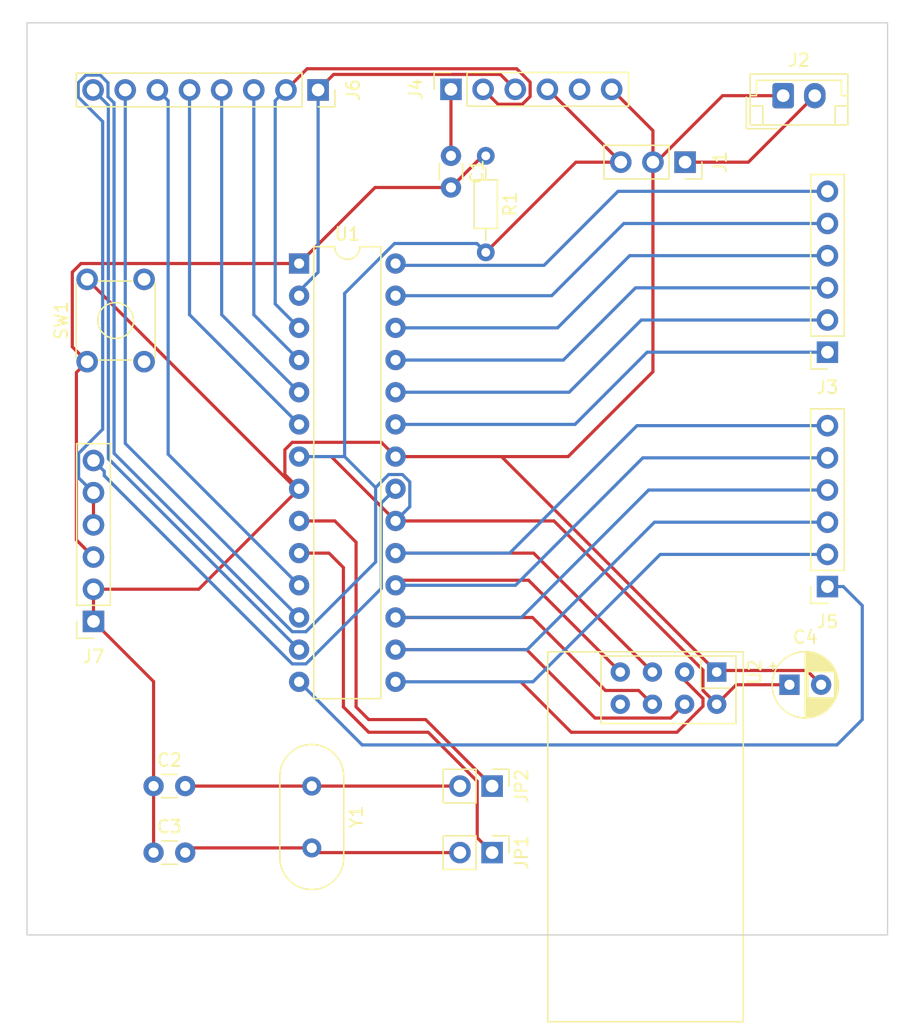
<source format=kicad_pcb>
(kicad_pcb (version 20171130) (host pcbnew 5.1.6-c6e7f7d~87~ubuntu20.04.1)

  (general
    (thickness 1.6)
    (drawings 4)
    (tracks 199)
    (zones 0)
    (modules 18)
    (nets 35)
  )

  (page A4)
  (layers
    (0 F.Cu signal)
    (31 B.Cu signal)
    (32 B.Adhes user)
    (33 F.Adhes user)
    (34 B.Paste user)
    (35 F.Paste user)
    (36 B.SilkS user)
    (37 F.SilkS user)
    (38 B.Mask user)
    (39 F.Mask user)
    (40 Dwgs.User user)
    (41 Cmts.User user)
    (42 Eco1.User user)
    (43 Eco2.User user)
    (44 Edge.Cuts user)
    (45 Margin user)
    (46 B.CrtYd user)
    (47 F.CrtYd user)
    (48 B.Fab user)
    (49 F.Fab user)
  )

  (setup
    (last_trace_width 0.25)
    (trace_clearance 0.2)
    (zone_clearance 0.508)
    (zone_45_only no)
    (trace_min 0.2)
    (via_size 0.8)
    (via_drill 0.4)
    (via_min_size 0.4)
    (via_min_drill 0.3)
    (uvia_size 0.3)
    (uvia_drill 0.1)
    (uvias_allowed no)
    (uvia_min_size 0.2)
    (uvia_min_drill 0.1)
    (edge_width 0.05)
    (segment_width 0.2)
    (pcb_text_width 0.3)
    (pcb_text_size 1.5 1.5)
    (mod_edge_width 0.12)
    (mod_text_size 1 1)
    (mod_text_width 0.15)
    (pad_size 1.524 1.524)
    (pad_drill 0.762)
    (pad_to_mask_clearance 0.05)
    (aux_axis_origin 0 0)
    (visible_elements FFFFFF7F)
    (pcbplotparams
      (layerselection 0x010fc_ffffffff)
      (usegerberextensions false)
      (usegerberattributes true)
      (usegerberadvancedattributes true)
      (creategerberjobfile true)
      (excludeedgelayer true)
      (linewidth 0.100000)
      (plotframeref false)
      (viasonmask false)
      (mode 1)
      (useauxorigin false)
      (hpglpennumber 1)
      (hpglpenspeed 20)
      (hpglpendiameter 15.000000)
      (psnegative false)
      (psa4output false)
      (plotreference true)
      (plotvalue true)
      (plotinvisibletext false)
      (padsonsilk false)
      (subtractmaskfromsilk false)
      (outputformat 1)
      (mirror false)
      (drillshape 1)
      (scaleselection 1)
      (outputdirectory ""))
  )

  (net 0 "")
  (net 1 /DTR)
  (net 2 "Net-(C1-Pad2)")
  (net 3 "Net-(C2-Pad2)")
  (net 4 GND)
  (net 5 "Net-(C3-Pad2)")
  (net 6 +3V3)
  (net 7 "Net-(J3-Pad6)")
  (net 8 "Net-(J3-Pad5)")
  (net 9 "Net-(J3-Pad4)")
  (net 10 "Net-(J3-Pad3)")
  (net 11 "Net-(J3-Pad2)")
  (net 12 "Net-(J3-Pad1)")
  (net 13 /Rx)
  (net 14 /Tx)
  (net 15 "Net-(J4-Pad5)")
  (net 16 "Net-(J5-Pad1)")
  (net 17 "Net-(J5-Pad2)")
  (net 18 "Net-(J5-Pad3)")
  (net 19 "Net-(J5-Pad4)")
  (net 20 "Net-(J5-Pad5)")
  (net 21 "Net-(J5-Pad6)")
  (net 22 "Net-(J6-Pad3)")
  (net 23 "Net-(J6-Pad4)")
  (net 24 "Net-(J6-Pad5)")
  (net 25 "Net-(J6-Pad6)")
  (net 26 "Net-(J6-Pad7)")
  (net 27 "Net-(J6-Pad8)")
  (net 28 /Aref)
  (net 29 "Net-(JP1-Pad1)")
  (net 30 "Net-(JP2-Pad1)")
  (net 31 "Net-(SW1-Pad4)")
  (net 32 "Net-(SW1-Pad3)")
  (net 33 "Net-(U2-Pad8)")
  (net 34 VDC)

  (net_class Default "This is the default net class."
    (clearance 0.2)
    (trace_width 0.25)
    (via_dia 0.8)
    (via_drill 0.4)
    (uvia_dia 0.3)
    (uvia_drill 0.1)
    (add_net +3V3)
    (add_net /Aref)
    (add_net /DTR)
    (add_net /Rx)
    (add_net /Tx)
    (add_net GND)
    (add_net "Net-(C1-Pad2)")
    (add_net "Net-(C2-Pad2)")
    (add_net "Net-(C3-Pad2)")
    (add_net "Net-(J3-Pad1)")
    (add_net "Net-(J3-Pad2)")
    (add_net "Net-(J3-Pad3)")
    (add_net "Net-(J3-Pad4)")
    (add_net "Net-(J3-Pad5)")
    (add_net "Net-(J3-Pad6)")
    (add_net "Net-(J4-Pad5)")
    (add_net "Net-(J5-Pad1)")
    (add_net "Net-(J5-Pad2)")
    (add_net "Net-(J5-Pad3)")
    (add_net "Net-(J5-Pad4)")
    (add_net "Net-(J5-Pad5)")
    (add_net "Net-(J5-Pad6)")
    (add_net "Net-(J6-Pad3)")
    (add_net "Net-(J6-Pad4)")
    (add_net "Net-(J6-Pad5)")
    (add_net "Net-(J6-Pad6)")
    (add_net "Net-(J6-Pad7)")
    (add_net "Net-(J6-Pad8)")
    (add_net "Net-(JP1-Pad1)")
    (add_net "Net-(JP2-Pad1)")
    (add_net "Net-(SW1-Pad3)")
    (add_net "Net-(SW1-Pad4)")
    (add_net "Net-(U2-Pad8)")
    (add_net VDC)
  )

  (module Capacitor_THT:C_Disc_D3.0mm_W1.6mm_P2.50mm (layer F.Cu) (tedit 5AE50EF0) (tstamp 5F4F6209)
    (at 70.5 36.5 270)
    (descr "C, Disc series, Radial, pin pitch=2.50mm, , diameter*width=3.0*1.6mm^2, Capacitor, http://www.vishay.com/docs/45233/krseries.pdf")
    (tags "C Disc series Radial pin pitch 2.50mm  diameter 3.0mm width 1.6mm Capacitor")
    (path /5F4F8977)
    (fp_text reference C1 (at 1.25 -2.05 90) (layer F.SilkS)
      (effects (font (size 1 1) (thickness 0.15)))
    )
    (fp_text value 104uF (at 1.25 2.05 90) (layer F.Fab)
      (effects (font (size 1 1) (thickness 0.15)))
    )
    (fp_line (start -0.25 -0.8) (end -0.25 0.8) (layer F.Fab) (width 0.1))
    (fp_line (start -0.25 0.8) (end 2.75 0.8) (layer F.Fab) (width 0.1))
    (fp_line (start 2.75 0.8) (end 2.75 -0.8) (layer F.Fab) (width 0.1))
    (fp_line (start 2.75 -0.8) (end -0.25 -0.8) (layer F.Fab) (width 0.1))
    (fp_line (start 0.621 -0.92) (end 1.879 -0.92) (layer F.SilkS) (width 0.12))
    (fp_line (start 0.621 0.92) (end 1.879 0.92) (layer F.SilkS) (width 0.12))
    (fp_line (start -1.05 -1.05) (end -1.05 1.05) (layer F.CrtYd) (width 0.05))
    (fp_line (start -1.05 1.05) (end 3.55 1.05) (layer F.CrtYd) (width 0.05))
    (fp_line (start 3.55 1.05) (end 3.55 -1.05) (layer F.CrtYd) (width 0.05))
    (fp_line (start 3.55 -1.05) (end -1.05 -1.05) (layer F.CrtYd) (width 0.05))
    (fp_text user %R (at 1.25 0 90) (layer F.Fab)
      (effects (font (size 0.6 0.6) (thickness 0.09)))
    )
    (pad 1 thru_hole circle (at 0 0 270) (size 1.6 1.6) (drill 0.8) (layers *.Cu *.Mask)
      (net 1 /DTR))
    (pad 2 thru_hole circle (at 2.5 0 270) (size 1.6 1.6) (drill 0.8) (layers *.Cu *.Mask)
      (net 2 "Net-(C1-Pad2)"))
    (model ${KISYS3DMOD}/Capacitor_THT.3dshapes/C_Disc_D3.0mm_W1.6mm_P2.50mm.wrl
      (at (xyz 0 0 0))
      (scale (xyz 1 1 1))
      (rotate (xyz 0 0 0))
    )
  )

  (module Capacitor_THT:C_Disc_D3.0mm_W1.6mm_P2.50mm (layer F.Cu) (tedit 5AE50EF0) (tstamp 5F4FA317)
    (at 47 86.25)
    (descr "C, Disc series, Radial, pin pitch=2.50mm, , diameter*width=3.0*1.6mm^2, Capacitor, http://www.vishay.com/docs/45233/krseries.pdf")
    (tags "C Disc series Radial pin pitch 2.50mm  diameter 3.0mm width 1.6mm Capacitor")
    (path /5F4F862D)
    (fp_text reference C2 (at 1.25 -2.05) (layer F.SilkS)
      (effects (font (size 1 1) (thickness 0.15)))
    )
    (fp_text value 22uF (at 1.25 2.05) (layer F.Fab)
      (effects (font (size 1 1) (thickness 0.15)))
    )
    (fp_line (start 3.55 -1.05) (end -1.05 -1.05) (layer F.CrtYd) (width 0.05))
    (fp_line (start 3.55 1.05) (end 3.55 -1.05) (layer F.CrtYd) (width 0.05))
    (fp_line (start -1.05 1.05) (end 3.55 1.05) (layer F.CrtYd) (width 0.05))
    (fp_line (start -1.05 -1.05) (end -1.05 1.05) (layer F.CrtYd) (width 0.05))
    (fp_line (start 0.621 0.92) (end 1.879 0.92) (layer F.SilkS) (width 0.12))
    (fp_line (start 0.621 -0.92) (end 1.879 -0.92) (layer F.SilkS) (width 0.12))
    (fp_line (start 2.75 -0.8) (end -0.25 -0.8) (layer F.Fab) (width 0.1))
    (fp_line (start 2.75 0.8) (end 2.75 -0.8) (layer F.Fab) (width 0.1))
    (fp_line (start -0.25 0.8) (end 2.75 0.8) (layer F.Fab) (width 0.1))
    (fp_line (start -0.25 -0.8) (end -0.25 0.8) (layer F.Fab) (width 0.1))
    (fp_text user %R (at 1.25 0) (layer F.Fab)
      (effects (font (size 0.6 0.6) (thickness 0.09)))
    )
    (pad 2 thru_hole circle (at 2.5 0) (size 1.6 1.6) (drill 0.8) (layers *.Cu *.Mask)
      (net 3 "Net-(C2-Pad2)"))
    (pad 1 thru_hole circle (at 0 0) (size 1.6 1.6) (drill 0.8) (layers *.Cu *.Mask)
      (net 4 GND))
    (model ${KISYS3DMOD}/Capacitor_THT.3dshapes/C_Disc_D3.0mm_W1.6mm_P2.50mm.wrl
      (at (xyz 0 0 0))
      (scale (xyz 1 1 1))
      (rotate (xyz 0 0 0))
    )
  )

  (module Capacitor_THT:C_Disc_D3.0mm_W1.6mm_P2.50mm (layer F.Cu) (tedit 5AE50EF0) (tstamp 5F4F622B)
    (at 47 91.5)
    (descr "C, Disc series, Radial, pin pitch=2.50mm, , diameter*width=3.0*1.6mm^2, Capacitor, http://www.vishay.com/docs/45233/krseries.pdf")
    (tags "C Disc series Radial pin pitch 2.50mm  diameter 3.0mm width 1.6mm Capacitor")
    (path /5F4F80A7)
    (fp_text reference C3 (at 1.25 -2.05) (layer F.SilkS)
      (effects (font (size 1 1) (thickness 0.15)))
    )
    (fp_text value 22uF (at 1.25 2.05) (layer F.Fab)
      (effects (font (size 1 1) (thickness 0.15)))
    )
    (fp_line (start -0.25 -0.8) (end -0.25 0.8) (layer F.Fab) (width 0.1))
    (fp_line (start -0.25 0.8) (end 2.75 0.8) (layer F.Fab) (width 0.1))
    (fp_line (start 2.75 0.8) (end 2.75 -0.8) (layer F.Fab) (width 0.1))
    (fp_line (start 2.75 -0.8) (end -0.25 -0.8) (layer F.Fab) (width 0.1))
    (fp_line (start 0.621 -0.92) (end 1.879 -0.92) (layer F.SilkS) (width 0.12))
    (fp_line (start 0.621 0.92) (end 1.879 0.92) (layer F.SilkS) (width 0.12))
    (fp_line (start -1.05 -1.05) (end -1.05 1.05) (layer F.CrtYd) (width 0.05))
    (fp_line (start -1.05 1.05) (end 3.55 1.05) (layer F.CrtYd) (width 0.05))
    (fp_line (start 3.55 1.05) (end 3.55 -1.05) (layer F.CrtYd) (width 0.05))
    (fp_line (start 3.55 -1.05) (end -1.05 -1.05) (layer F.CrtYd) (width 0.05))
    (fp_text user %R (at 1.25 0) (layer F.Fab)
      (effects (font (size 0.6 0.6) (thickness 0.09)))
    )
    (pad 1 thru_hole circle (at 0 0) (size 1.6 1.6) (drill 0.8) (layers *.Cu *.Mask)
      (net 4 GND))
    (pad 2 thru_hole circle (at 2.5 0) (size 1.6 1.6) (drill 0.8) (layers *.Cu *.Mask)
      (net 5 "Net-(C3-Pad2)"))
    (model ${KISYS3DMOD}/Capacitor_THT.3dshapes/C_Disc_D3.0mm_W1.6mm_P2.50mm.wrl
      (at (xyz 0 0 0))
      (scale (xyz 1 1 1))
      (rotate (xyz 0 0 0))
    )
  )

  (module Connector_PinSocket_2.54mm:PinSocket_1x03_P2.54mm_Vertical (layer F.Cu) (tedit 5A19A429) (tstamp 5F4F6269)
    (at 89 37 270)
    (descr "Through hole straight socket strip, 1x03, 2.54mm pitch, single row (from Kicad 4.0.7), script generated")
    (tags "Through hole socket strip THT 1x03 2.54mm single row")
    (path /5F554333)
    (fp_text reference J1 (at 0 -2.77 90) (layer F.SilkS)
      (effects (font (size 1 1) (thickness 0.15)))
    )
    (fp_text value "3.3 Voltage Regulator" (at 0 7.85 90) (layer F.Fab)
      (effects (font (size 1 1) (thickness 0.15)))
    )
    (fp_line (start -1.27 -1.27) (end 0.635 -1.27) (layer F.Fab) (width 0.1))
    (fp_line (start 0.635 -1.27) (end 1.27 -0.635) (layer F.Fab) (width 0.1))
    (fp_line (start 1.27 -0.635) (end 1.27 6.35) (layer F.Fab) (width 0.1))
    (fp_line (start 1.27 6.35) (end -1.27 6.35) (layer F.Fab) (width 0.1))
    (fp_line (start -1.27 6.35) (end -1.27 -1.27) (layer F.Fab) (width 0.1))
    (fp_line (start -1.33 1.27) (end 1.33 1.27) (layer F.SilkS) (width 0.12))
    (fp_line (start -1.33 1.27) (end -1.33 6.41) (layer F.SilkS) (width 0.12))
    (fp_line (start -1.33 6.41) (end 1.33 6.41) (layer F.SilkS) (width 0.12))
    (fp_line (start 1.33 1.27) (end 1.33 6.41) (layer F.SilkS) (width 0.12))
    (fp_line (start 1.33 -1.33) (end 1.33 0) (layer F.SilkS) (width 0.12))
    (fp_line (start 0 -1.33) (end 1.33 -1.33) (layer F.SilkS) (width 0.12))
    (fp_line (start -1.8 -1.8) (end 1.75 -1.8) (layer F.CrtYd) (width 0.05))
    (fp_line (start 1.75 -1.8) (end 1.75 6.85) (layer F.CrtYd) (width 0.05))
    (fp_line (start 1.75 6.85) (end -1.8 6.85) (layer F.CrtYd) (width 0.05))
    (fp_line (start -1.8 6.85) (end -1.8 -1.8) (layer F.CrtYd) (width 0.05))
    (fp_text user %R (at 0 2.54) (layer F.Fab)
      (effects (font (size 1 1) (thickness 0.15)))
    )
    (pad 1 thru_hole rect (at 0 0 270) (size 1.7 1.7) (drill 1) (layers *.Cu *.Mask)
      (net 34 VDC))
    (pad 2 thru_hole oval (at 0 2.54 270) (size 1.7 1.7) (drill 1) (layers *.Cu *.Mask)
      (net 4 GND))
    (pad 3 thru_hole oval (at 0 5.08 270) (size 1.7 1.7) (drill 1) (layers *.Cu *.Mask)
      (net 6 +3V3))
    (model ${KISYS3DMOD}/Connector_PinSocket_2.54mm.3dshapes/PinSocket_1x03_P2.54mm_Vertical.wrl
      (at (xyz 0 0 0))
      (scale (xyz 1 1 1))
      (rotate (xyz 0 0 0))
    )
  )

  (module Connector_JST:JST_EH_B2B-EH-A_1x02_P2.50mm_Vertical (layer F.Cu) (tedit 5C28142C) (tstamp 5F4FA482)
    (at 96.75 31.75)
    (descr "JST EH series connector, B2B-EH-A (http://www.jst-mfg.com/product/pdf/eng/eEH.pdf), generated with kicad-footprint-generator")
    (tags "connector JST EH vertical")
    (path /5F4F5403)
    (fp_text reference J2 (at 1.25 -2.8) (layer F.SilkS)
      (effects (font (size 1 1) (thickness 0.15)))
    )
    (fp_text value Vin (at 1.25 3.4) (layer F.Fab)
      (effects (font (size 1 1) (thickness 0.15)))
    )
    (fp_line (start -2.5 -1.6) (end -2.5 2.2) (layer F.Fab) (width 0.1))
    (fp_line (start -2.5 2.2) (end 5 2.2) (layer F.Fab) (width 0.1))
    (fp_line (start 5 2.2) (end 5 -1.6) (layer F.Fab) (width 0.1))
    (fp_line (start 5 -1.6) (end -2.5 -1.6) (layer F.Fab) (width 0.1))
    (fp_line (start -3 -2.1) (end -3 2.7) (layer F.CrtYd) (width 0.05))
    (fp_line (start -3 2.7) (end 5.5 2.7) (layer F.CrtYd) (width 0.05))
    (fp_line (start 5.5 2.7) (end 5.5 -2.1) (layer F.CrtYd) (width 0.05))
    (fp_line (start 5.5 -2.1) (end -3 -2.1) (layer F.CrtYd) (width 0.05))
    (fp_line (start -2.61 -1.71) (end -2.61 2.31) (layer F.SilkS) (width 0.12))
    (fp_line (start -2.61 2.31) (end 5.11 2.31) (layer F.SilkS) (width 0.12))
    (fp_line (start 5.11 2.31) (end 5.11 -1.71) (layer F.SilkS) (width 0.12))
    (fp_line (start 5.11 -1.71) (end -2.61 -1.71) (layer F.SilkS) (width 0.12))
    (fp_line (start -2.61 0) (end -2.11 0) (layer F.SilkS) (width 0.12))
    (fp_line (start -2.11 0) (end -2.11 -1.21) (layer F.SilkS) (width 0.12))
    (fp_line (start -2.11 -1.21) (end 4.61 -1.21) (layer F.SilkS) (width 0.12))
    (fp_line (start 4.61 -1.21) (end 4.61 0) (layer F.SilkS) (width 0.12))
    (fp_line (start 4.61 0) (end 5.11 0) (layer F.SilkS) (width 0.12))
    (fp_line (start -2.61 0.81) (end -1.61 0.81) (layer F.SilkS) (width 0.12))
    (fp_line (start -1.61 0.81) (end -1.61 2.31) (layer F.SilkS) (width 0.12))
    (fp_line (start 5.11 0.81) (end 4.11 0.81) (layer F.SilkS) (width 0.12))
    (fp_line (start 4.11 0.81) (end 4.11 2.31) (layer F.SilkS) (width 0.12))
    (fp_line (start -2.91 0.11) (end -2.91 2.61) (layer F.SilkS) (width 0.12))
    (fp_line (start -2.91 2.61) (end -0.41 2.61) (layer F.SilkS) (width 0.12))
    (fp_line (start -2.91 0.11) (end -2.91 2.61) (layer F.Fab) (width 0.1))
    (fp_line (start -2.91 2.61) (end -0.41 2.61) (layer F.Fab) (width 0.1))
    (fp_text user %R (at 1.25 1.5) (layer F.Fab)
      (effects (font (size 1 1) (thickness 0.15)))
    )
    (pad 1 thru_hole roundrect (at 0 0) (size 1.7 2) (drill 1) (layers *.Cu *.Mask) (roundrect_rratio 0.147059)
      (net 4 GND))
    (pad 2 thru_hole oval (at 2.5 0) (size 1.7 2) (drill 1) (layers *.Cu *.Mask)
      (net 34 VDC))
    (model ${KISYS3DMOD}/Connector_JST.3dshapes/JST_EH_B2B-EH-A_1x02_P2.50mm_Vertical.wrl
      (at (xyz 0 0 0))
      (scale (xyz 1 1 1))
      (rotate (xyz 0 0 0))
    )
  )

  (module Connector_PinSocket_2.54mm:PinSocket_1x06_P2.54mm_Vertical (layer F.Cu) (tedit 5A19A430) (tstamp 5F4F62A3)
    (at 100.25 52 180)
    (descr "Through hole straight socket strip, 1x06, 2.54mm pitch, single row (from Kicad 4.0.7), script generated")
    (tags "Through hole socket strip THT 1x06 2.54mm single row")
    (path /5F614355)
    (fp_text reference J3 (at 0 -2.77) (layer F.SilkS)
      (effects (font (size 1 1) (thickness 0.15)))
    )
    (fp_text value "Analog Connectors" (at 0 15.47) (layer F.Fab)
      (effects (font (size 1 1) (thickness 0.15)))
    )
    (fp_line (start -1.8 14.45) (end -1.8 -1.8) (layer F.CrtYd) (width 0.05))
    (fp_line (start 1.75 14.45) (end -1.8 14.45) (layer F.CrtYd) (width 0.05))
    (fp_line (start 1.75 -1.8) (end 1.75 14.45) (layer F.CrtYd) (width 0.05))
    (fp_line (start -1.8 -1.8) (end 1.75 -1.8) (layer F.CrtYd) (width 0.05))
    (fp_line (start 0 -1.33) (end 1.33 -1.33) (layer F.SilkS) (width 0.12))
    (fp_line (start 1.33 -1.33) (end 1.33 0) (layer F.SilkS) (width 0.12))
    (fp_line (start 1.33 1.27) (end 1.33 14.03) (layer F.SilkS) (width 0.12))
    (fp_line (start -1.33 14.03) (end 1.33 14.03) (layer F.SilkS) (width 0.12))
    (fp_line (start -1.33 1.27) (end -1.33 14.03) (layer F.SilkS) (width 0.12))
    (fp_line (start -1.33 1.27) (end 1.33 1.27) (layer F.SilkS) (width 0.12))
    (fp_line (start -1.27 13.97) (end -1.27 -1.27) (layer F.Fab) (width 0.1))
    (fp_line (start 1.27 13.97) (end -1.27 13.97) (layer F.Fab) (width 0.1))
    (fp_line (start 1.27 -0.635) (end 1.27 13.97) (layer F.Fab) (width 0.1))
    (fp_line (start 0.635 -1.27) (end 1.27 -0.635) (layer F.Fab) (width 0.1))
    (fp_line (start -1.27 -1.27) (end 0.635 -1.27) (layer F.Fab) (width 0.1))
    (fp_text user %R (at 0 6.35 90) (layer F.Fab)
      (effects (font (size 1 1) (thickness 0.15)))
    )
    (pad 6 thru_hole oval (at 0 12.7 180) (size 1.7 1.7) (drill 1) (layers *.Cu *.Mask)
      (net 7 "Net-(J3-Pad6)"))
    (pad 5 thru_hole oval (at 0 10.16 180) (size 1.7 1.7) (drill 1) (layers *.Cu *.Mask)
      (net 8 "Net-(J3-Pad5)"))
    (pad 4 thru_hole oval (at 0 7.62 180) (size 1.7 1.7) (drill 1) (layers *.Cu *.Mask)
      (net 9 "Net-(J3-Pad4)"))
    (pad 3 thru_hole oval (at 0 5.08 180) (size 1.7 1.7) (drill 1) (layers *.Cu *.Mask)
      (net 10 "Net-(J3-Pad3)"))
    (pad 2 thru_hole oval (at 0 2.54 180) (size 1.7 1.7) (drill 1) (layers *.Cu *.Mask)
      (net 11 "Net-(J3-Pad2)"))
    (pad 1 thru_hole rect (at 0 0 180) (size 1.7 1.7) (drill 1) (layers *.Cu *.Mask)
      (net 12 "Net-(J3-Pad1)"))
    (model ${KISYS3DMOD}/Connector_PinSocket_2.54mm.3dshapes/PinSocket_1x06_P2.54mm_Vertical.wrl
      (at (xyz 0 0 0))
      (scale (xyz 1 1 1))
      (rotate (xyz 0 0 0))
    )
  )

  (module Connector_PinSocket_2.54mm:PinSocket_1x06_P2.54mm_Vertical (layer F.Cu) (tedit 5A19A430) (tstamp 5F4FAA86)
    (at 70.5 31.25 90)
    (descr "Through hole straight socket strip, 1x06, 2.54mm pitch, single row (from Kicad 4.0.7), script generated")
    (tags "Through hole socket strip THT 1x06 2.54mm single row")
    (path /5F4F3EBA)
    (fp_text reference J4 (at 0 -2.77 90) (layer F.SilkS)
      (effects (font (size 1 1) (thickness 0.15)))
    )
    (fp_text value FTDI (at 0 15.47 90) (layer F.Fab)
      (effects (font (size 1 1) (thickness 0.15)))
    )
    (fp_line (start -1.27 -1.27) (end 0.635 -1.27) (layer F.Fab) (width 0.1))
    (fp_line (start 0.635 -1.27) (end 1.27 -0.635) (layer F.Fab) (width 0.1))
    (fp_line (start 1.27 -0.635) (end 1.27 13.97) (layer F.Fab) (width 0.1))
    (fp_line (start 1.27 13.97) (end -1.27 13.97) (layer F.Fab) (width 0.1))
    (fp_line (start -1.27 13.97) (end -1.27 -1.27) (layer F.Fab) (width 0.1))
    (fp_line (start -1.33 1.27) (end 1.33 1.27) (layer F.SilkS) (width 0.12))
    (fp_line (start -1.33 1.27) (end -1.33 14.03) (layer F.SilkS) (width 0.12))
    (fp_line (start -1.33 14.03) (end 1.33 14.03) (layer F.SilkS) (width 0.12))
    (fp_line (start 1.33 1.27) (end 1.33 14.03) (layer F.SilkS) (width 0.12))
    (fp_line (start 1.33 -1.33) (end 1.33 0) (layer F.SilkS) (width 0.12))
    (fp_line (start 0 -1.33) (end 1.33 -1.33) (layer F.SilkS) (width 0.12))
    (fp_line (start -1.8 -1.8) (end 1.75 -1.8) (layer F.CrtYd) (width 0.05))
    (fp_line (start 1.75 -1.8) (end 1.75 14.45) (layer F.CrtYd) (width 0.05))
    (fp_line (start 1.75 14.45) (end -1.8 14.45) (layer F.CrtYd) (width 0.05))
    (fp_line (start -1.8 14.45) (end -1.8 -1.8) (layer F.CrtYd) (width 0.05))
    (fp_text user %R (at 0 6.35) (layer F.Fab)
      (effects (font (size 1 1) (thickness 0.15)))
    )
    (pad 1 thru_hole rect (at 0 0 90) (size 1.7 1.7) (drill 1) (layers *.Cu *.Mask)
      (net 1 /DTR))
    (pad 2 thru_hole oval (at 0 2.54 90) (size 1.7 1.7) (drill 1) (layers *.Cu *.Mask)
      (net 13 /Rx))
    (pad 3 thru_hole oval (at 0 5.08 90) (size 1.7 1.7) (drill 1) (layers *.Cu *.Mask)
      (net 14 /Tx))
    (pad 4 thru_hole oval (at 0 7.62 90) (size 1.7 1.7) (drill 1) (layers *.Cu *.Mask)
      (net 6 +3V3))
    (pad 5 thru_hole oval (at 0 10.16 90) (size 1.7 1.7) (drill 1) (layers *.Cu *.Mask)
      (net 15 "Net-(J4-Pad5)"))
    (pad 6 thru_hole oval (at 0 12.7 90) (size 1.7 1.7) (drill 1) (layers *.Cu *.Mask)
      (net 4 GND))
    (model ${KISYS3DMOD}/Connector_PinSocket_2.54mm.3dshapes/PinSocket_1x06_P2.54mm_Vertical.wrl
      (at (xyz 0 0 0))
      (scale (xyz 1 1 1))
      (rotate (xyz 0 0 0))
    )
  )

  (module Connector_PinSocket_2.54mm:PinSocket_1x06_P2.54mm_Vertical (layer F.Cu) (tedit 5A19A430) (tstamp 5F4FE4FF)
    (at 100.25 70.5 180)
    (descr "Through hole straight socket strip, 1x06, 2.54mm pitch, single row (from Kicad 4.0.7), script generated")
    (tags "Through hole socket strip THT 1x06 2.54mm single row")
    (path /5F630BCD)
    (fp_text reference J5 (at 0 -2.77) (layer F.SilkS)
      (effects (font (size 1 1) (thickness 0.15)))
    )
    (fp_text value "Digital Connectors" (at 0 15.47) (layer F.Fab)
      (effects (font (size 1 1) (thickness 0.15)))
    )
    (fp_line (start -1.27 -1.27) (end 0.635 -1.27) (layer F.Fab) (width 0.1))
    (fp_line (start 0.635 -1.27) (end 1.27 -0.635) (layer F.Fab) (width 0.1))
    (fp_line (start 1.27 -0.635) (end 1.27 13.97) (layer F.Fab) (width 0.1))
    (fp_line (start 1.27 13.97) (end -1.27 13.97) (layer F.Fab) (width 0.1))
    (fp_line (start -1.27 13.97) (end -1.27 -1.27) (layer F.Fab) (width 0.1))
    (fp_line (start -1.33 1.27) (end 1.33 1.27) (layer F.SilkS) (width 0.12))
    (fp_line (start -1.33 1.27) (end -1.33 14.03) (layer F.SilkS) (width 0.12))
    (fp_line (start -1.33 14.03) (end 1.33 14.03) (layer F.SilkS) (width 0.12))
    (fp_line (start 1.33 1.27) (end 1.33 14.03) (layer F.SilkS) (width 0.12))
    (fp_line (start 1.33 -1.33) (end 1.33 0) (layer F.SilkS) (width 0.12))
    (fp_line (start 0 -1.33) (end 1.33 -1.33) (layer F.SilkS) (width 0.12))
    (fp_line (start -1.8 -1.8) (end 1.75 -1.8) (layer F.CrtYd) (width 0.05))
    (fp_line (start 1.75 -1.8) (end 1.75 14.45) (layer F.CrtYd) (width 0.05))
    (fp_line (start 1.75 14.45) (end -1.8 14.45) (layer F.CrtYd) (width 0.05))
    (fp_line (start -1.8 14.45) (end -1.8 -1.8) (layer F.CrtYd) (width 0.05))
    (fp_text user %R (at 0 6.35 90) (layer F.Fab)
      (effects (font (size 1 1) (thickness 0.15)))
    )
    (pad 1 thru_hole rect (at 0 0 180) (size 1.7 1.7) (drill 1) (layers *.Cu *.Mask)
      (net 16 "Net-(J5-Pad1)"))
    (pad 2 thru_hole oval (at 0 2.54 180) (size 1.7 1.7) (drill 1) (layers *.Cu *.Mask)
      (net 17 "Net-(J5-Pad2)"))
    (pad 3 thru_hole oval (at 0 5.08 180) (size 1.7 1.7) (drill 1) (layers *.Cu *.Mask)
      (net 18 "Net-(J5-Pad3)"))
    (pad 4 thru_hole oval (at 0 7.62 180) (size 1.7 1.7) (drill 1) (layers *.Cu *.Mask)
      (net 19 "Net-(J5-Pad4)"))
    (pad 5 thru_hole oval (at 0 10.16 180) (size 1.7 1.7) (drill 1) (layers *.Cu *.Mask)
      (net 20 "Net-(J5-Pad5)"))
    (pad 6 thru_hole oval (at 0 12.7 180) (size 1.7 1.7) (drill 1) (layers *.Cu *.Mask)
      (net 21 "Net-(J5-Pad6)"))
    (model ${KISYS3DMOD}/Connector_PinSocket_2.54mm.3dshapes/PinSocket_1x06_P2.54mm_Vertical.wrl
      (at (xyz 0 0 0))
      (scale (xyz 1 1 1))
      (rotate (xyz 0 0 0))
    )
  )

  (module Connector_PinSocket_2.54mm:PinSocket_1x08_P2.54mm_Vertical (layer F.Cu) (tedit 5A19A420) (tstamp 5F4F62F3)
    (at 60 31.3 270)
    (descr "Through hole straight socket strip, 1x08, 2.54mm pitch, single row (from Kicad 4.0.7), script generated")
    (tags "Through hole socket strip THT 1x08 2.54mm single row")
    (path /5F61B9A5)
    (fp_text reference J6 (at 0 -2.77 90) (layer F.SilkS)
      (effects (font (size 1 1) (thickness 0.15)))
    )
    (fp_text value "Digital Connectors" (at 0 20.55 90) (layer F.Fab)
      (effects (font (size 1 1) (thickness 0.15)))
    )
    (fp_line (start -1.27 -1.27) (end 0.635 -1.27) (layer F.Fab) (width 0.1))
    (fp_line (start 0.635 -1.27) (end 1.27 -0.635) (layer F.Fab) (width 0.1))
    (fp_line (start 1.27 -0.635) (end 1.27 19.05) (layer F.Fab) (width 0.1))
    (fp_line (start 1.27 19.05) (end -1.27 19.05) (layer F.Fab) (width 0.1))
    (fp_line (start -1.27 19.05) (end -1.27 -1.27) (layer F.Fab) (width 0.1))
    (fp_line (start -1.33 1.27) (end 1.33 1.27) (layer F.SilkS) (width 0.12))
    (fp_line (start -1.33 1.27) (end -1.33 19.11) (layer F.SilkS) (width 0.12))
    (fp_line (start -1.33 19.11) (end 1.33 19.11) (layer F.SilkS) (width 0.12))
    (fp_line (start 1.33 1.27) (end 1.33 19.11) (layer F.SilkS) (width 0.12))
    (fp_line (start 1.33 -1.33) (end 1.33 0) (layer F.SilkS) (width 0.12))
    (fp_line (start 0 -1.33) (end 1.33 -1.33) (layer F.SilkS) (width 0.12))
    (fp_line (start -1.8 -1.8) (end 1.75 -1.8) (layer F.CrtYd) (width 0.05))
    (fp_line (start 1.75 -1.8) (end 1.75 19.55) (layer F.CrtYd) (width 0.05))
    (fp_line (start 1.75 19.55) (end -1.8 19.55) (layer F.CrtYd) (width 0.05))
    (fp_line (start -1.8 19.55) (end -1.8 -1.8) (layer F.CrtYd) (width 0.05))
    (fp_text user %R (at 0 8.89) (layer F.Fab)
      (effects (font (size 1 1) (thickness 0.15)))
    )
    (pad 1 thru_hole rect (at 0 0 270) (size 1.7 1.7) (drill 1) (layers *.Cu *.Mask)
      (net 14 /Tx))
    (pad 2 thru_hole oval (at 0 2.54 270) (size 1.7 1.7) (drill 1) (layers *.Cu *.Mask)
      (net 13 /Rx))
    (pad 3 thru_hole oval (at 0 5.08 270) (size 1.7 1.7) (drill 1) (layers *.Cu *.Mask)
      (net 22 "Net-(J6-Pad3)"))
    (pad 4 thru_hole oval (at 0 7.62 270) (size 1.7 1.7) (drill 1) (layers *.Cu *.Mask)
      (net 23 "Net-(J6-Pad4)"))
    (pad 5 thru_hole oval (at 0 10.16 270) (size 1.7 1.7) (drill 1) (layers *.Cu *.Mask)
      (net 24 "Net-(J6-Pad5)"))
    (pad 6 thru_hole oval (at 0 12.7 270) (size 1.7 1.7) (drill 1) (layers *.Cu *.Mask)
      (net 25 "Net-(J6-Pad6)"))
    (pad 7 thru_hole oval (at 0 15.24 270) (size 1.7 1.7) (drill 1) (layers *.Cu *.Mask)
      (net 26 "Net-(J6-Pad7)"))
    (pad 8 thru_hole oval (at 0 17.78 270) (size 1.7 1.7) (drill 1) (layers *.Cu *.Mask)
      (net 27 "Net-(J6-Pad8)"))
    (model ${KISYS3DMOD}/Connector_PinSocket_2.54mm.3dshapes/PinSocket_1x08_P2.54mm_Vertical.wrl
      (at (xyz 0 0 0))
      (scale (xyz 1 1 1))
      (rotate (xyz 0 0 0))
    )
  )

  (module Connector_PinSocket_2.54mm:PinSocket_1x06_P2.54mm_Vertical (layer F.Cu) (tedit 5A19A430) (tstamp 5F4F630D)
    (at 42.25 73.25 180)
    (descr "Through hole straight socket strip, 1x06, 2.54mm pitch, single row (from Kicad 4.0.7), script generated")
    (tags "Through hole socket strip THT 1x06 2.54mm single row")
    (path /5F657B58)
    (fp_text reference J7 (at 0 -2.77) (layer F.SilkS)
      (effects (font (size 1 1) (thickness 0.15)))
    )
    (fp_text value "Control Connectors" (at 0 15.47) (layer F.Fab)
      (effects (font (size 1 1) (thickness 0.15)))
    )
    (fp_line (start -1.8 14.45) (end -1.8 -1.8) (layer F.CrtYd) (width 0.05))
    (fp_line (start 1.75 14.45) (end -1.8 14.45) (layer F.CrtYd) (width 0.05))
    (fp_line (start 1.75 -1.8) (end 1.75 14.45) (layer F.CrtYd) (width 0.05))
    (fp_line (start -1.8 -1.8) (end 1.75 -1.8) (layer F.CrtYd) (width 0.05))
    (fp_line (start 0 -1.33) (end 1.33 -1.33) (layer F.SilkS) (width 0.12))
    (fp_line (start 1.33 -1.33) (end 1.33 0) (layer F.SilkS) (width 0.12))
    (fp_line (start 1.33 1.27) (end 1.33 14.03) (layer F.SilkS) (width 0.12))
    (fp_line (start -1.33 14.03) (end 1.33 14.03) (layer F.SilkS) (width 0.12))
    (fp_line (start -1.33 1.27) (end -1.33 14.03) (layer F.SilkS) (width 0.12))
    (fp_line (start -1.33 1.27) (end 1.33 1.27) (layer F.SilkS) (width 0.12))
    (fp_line (start -1.27 13.97) (end -1.27 -1.27) (layer F.Fab) (width 0.1))
    (fp_line (start 1.27 13.97) (end -1.27 13.97) (layer F.Fab) (width 0.1))
    (fp_line (start 1.27 -0.635) (end 1.27 13.97) (layer F.Fab) (width 0.1))
    (fp_line (start 0.635 -1.27) (end 1.27 -0.635) (layer F.Fab) (width 0.1))
    (fp_line (start -1.27 -1.27) (end 0.635 -1.27) (layer F.Fab) (width 0.1))
    (fp_text user %R (at 0 6.35 90) (layer F.Fab)
      (effects (font (size 1 1) (thickness 0.15)))
    )
    (pad 6 thru_hole oval (at 0 12.7 180) (size 1.7 1.7) (drill 1) (layers *.Cu *.Mask)
      (net 28 /Aref))
    (pad 5 thru_hole oval (at 0 10.16 180) (size 1.7 1.7) (drill 1) (layers *.Cu *.Mask)
      (net 6 +3V3))
    (pad 4 thru_hole oval (at 0 7.62 180) (size 1.7 1.7) (drill 1) (layers *.Cu *.Mask)
      (net 6 +3V3))
    (pad 3 thru_hole oval (at 0 5.08 180) (size 1.7 1.7) (drill 1) (layers *.Cu *.Mask)
      (net 2 "Net-(C1-Pad2)"))
    (pad 2 thru_hole oval (at 0 2.54 180) (size 1.7 1.7) (drill 1) (layers *.Cu *.Mask)
      (net 4 GND))
    (pad 1 thru_hole rect (at 0 0 180) (size 1.7 1.7) (drill 1) (layers *.Cu *.Mask)
      (net 4 GND))
    (model ${KISYS3DMOD}/Connector_PinSocket_2.54mm.3dshapes/PinSocket_1x06_P2.54mm_Vertical.wrl
      (at (xyz 0 0 0))
      (scale (xyz 1 1 1))
      (rotate (xyz 0 0 0))
    )
  )

  (module Connector_PinHeader_2.54mm:PinHeader_1x02_P2.54mm_Vertical (layer F.Cu) (tedit 59FED5CC) (tstamp 5F4F6323)
    (at 73.75 91.5 270)
    (descr "Through hole straight pin header, 1x02, 2.54mm pitch, single row")
    (tags "Through hole pin header THT 1x02 2.54mm single row")
    (path /5F548E74)
    (fp_text reference JP1 (at 0 -2.33 90) (layer F.SilkS)
      (effects (font (size 1 1) (thickness 0.15)))
    )
    (fp_text value Jumper (at 0 4.87 90) (layer F.Fab)
      (effects (font (size 1 1) (thickness 0.15)))
    )
    (fp_line (start 1.8 -1.8) (end -1.8 -1.8) (layer F.CrtYd) (width 0.05))
    (fp_line (start 1.8 4.35) (end 1.8 -1.8) (layer F.CrtYd) (width 0.05))
    (fp_line (start -1.8 4.35) (end 1.8 4.35) (layer F.CrtYd) (width 0.05))
    (fp_line (start -1.8 -1.8) (end -1.8 4.35) (layer F.CrtYd) (width 0.05))
    (fp_line (start -1.33 -1.33) (end 0 -1.33) (layer F.SilkS) (width 0.12))
    (fp_line (start -1.33 0) (end -1.33 -1.33) (layer F.SilkS) (width 0.12))
    (fp_line (start -1.33 1.27) (end 1.33 1.27) (layer F.SilkS) (width 0.12))
    (fp_line (start 1.33 1.27) (end 1.33 3.87) (layer F.SilkS) (width 0.12))
    (fp_line (start -1.33 1.27) (end -1.33 3.87) (layer F.SilkS) (width 0.12))
    (fp_line (start -1.33 3.87) (end 1.33 3.87) (layer F.SilkS) (width 0.12))
    (fp_line (start -1.27 -0.635) (end -0.635 -1.27) (layer F.Fab) (width 0.1))
    (fp_line (start -1.27 3.81) (end -1.27 -0.635) (layer F.Fab) (width 0.1))
    (fp_line (start 1.27 3.81) (end -1.27 3.81) (layer F.Fab) (width 0.1))
    (fp_line (start 1.27 -1.27) (end 1.27 3.81) (layer F.Fab) (width 0.1))
    (fp_line (start -0.635 -1.27) (end 1.27 -1.27) (layer F.Fab) (width 0.1))
    (fp_text user %R (at 0 1.27) (layer F.Fab)
      (effects (font (size 1 1) (thickness 0.15)))
    )
    (pad 2 thru_hole oval (at 0 2.54 270) (size 1.7 1.7) (drill 1) (layers *.Cu *.Mask)
      (net 5 "Net-(C3-Pad2)"))
    (pad 1 thru_hole rect (at 0 0 270) (size 1.7 1.7) (drill 1) (layers *.Cu *.Mask)
      (net 29 "Net-(JP1-Pad1)"))
    (model ${KISYS3DMOD}/Connector_PinHeader_2.54mm.3dshapes/PinHeader_1x02_P2.54mm_Vertical.wrl
      (at (xyz 0 0 0))
      (scale (xyz 1 1 1))
      (rotate (xyz 0 0 0))
    )
  )

  (module Connector_PinHeader_2.54mm:PinHeader_1x02_P2.54mm_Vertical (layer F.Cu) (tedit 59FED5CC) (tstamp 5F4FD255)
    (at 73.75 86.25 270)
    (descr "Through hole straight pin header, 1x02, 2.54mm pitch, single row")
    (tags "Through hole pin header THT 1x02 2.54mm single row")
    (path /5F535BA0)
    (fp_text reference JP2 (at 0 -2.33 90) (layer F.SilkS)
      (effects (font (size 1 1) (thickness 0.15)))
    )
    (fp_text value Jumper (at 0 4.87 90) (layer F.Fab)
      (effects (font (size 1 1) (thickness 0.15)))
    )
    (fp_line (start -0.635 -1.27) (end 1.27 -1.27) (layer F.Fab) (width 0.1))
    (fp_line (start 1.27 -1.27) (end 1.27 3.81) (layer F.Fab) (width 0.1))
    (fp_line (start 1.27 3.81) (end -1.27 3.81) (layer F.Fab) (width 0.1))
    (fp_line (start -1.27 3.81) (end -1.27 -0.635) (layer F.Fab) (width 0.1))
    (fp_line (start -1.27 -0.635) (end -0.635 -1.27) (layer F.Fab) (width 0.1))
    (fp_line (start -1.33 3.87) (end 1.33 3.87) (layer F.SilkS) (width 0.12))
    (fp_line (start -1.33 1.27) (end -1.33 3.87) (layer F.SilkS) (width 0.12))
    (fp_line (start 1.33 1.27) (end 1.33 3.87) (layer F.SilkS) (width 0.12))
    (fp_line (start -1.33 1.27) (end 1.33 1.27) (layer F.SilkS) (width 0.12))
    (fp_line (start -1.33 0) (end -1.33 -1.33) (layer F.SilkS) (width 0.12))
    (fp_line (start -1.33 -1.33) (end 0 -1.33) (layer F.SilkS) (width 0.12))
    (fp_line (start -1.8 -1.8) (end -1.8 4.35) (layer F.CrtYd) (width 0.05))
    (fp_line (start -1.8 4.35) (end 1.8 4.35) (layer F.CrtYd) (width 0.05))
    (fp_line (start 1.8 4.35) (end 1.8 -1.8) (layer F.CrtYd) (width 0.05))
    (fp_line (start 1.8 -1.8) (end -1.8 -1.8) (layer F.CrtYd) (width 0.05))
    (fp_text user %R (at 0 1.27) (layer F.Fab)
      (effects (font (size 1 1) (thickness 0.15)))
    )
    (pad 1 thru_hole rect (at 0 0 270) (size 1.7 1.7) (drill 1) (layers *.Cu *.Mask)
      (net 30 "Net-(JP2-Pad1)"))
    (pad 2 thru_hole oval (at 0 2.54 270) (size 1.7 1.7) (drill 1) (layers *.Cu *.Mask)
      (net 3 "Net-(C2-Pad2)"))
    (model ${KISYS3DMOD}/Connector_PinHeader_2.54mm.3dshapes/PinHeader_1x02_P2.54mm_Vertical.wrl
      (at (xyz 0 0 0))
      (scale (xyz 1 1 1))
      (rotate (xyz 0 0 0))
    )
  )

  (module Resistor_THT:R_Axial_DIN0204_L3.6mm_D1.6mm_P7.62mm_Horizontal (layer F.Cu) (tedit 5AE5139B) (tstamp 5F4F9CE8)
    (at 73.25 36.5 270)
    (descr "Resistor, Axial_DIN0204 series, Axial, Horizontal, pin pitch=7.62mm, 0.167W, length*diameter=3.6*1.6mm^2, http://cdn-reichelt.de/documents/datenblatt/B400/1_4W%23YAG.pdf")
    (tags "Resistor Axial_DIN0204 series Axial Horizontal pin pitch 7.62mm 0.167W length 3.6mm diameter 1.6mm")
    (path /5F4F8E1C)
    (fp_text reference R1 (at 3.81 -1.92 90) (layer F.SilkS)
      (effects (font (size 1 1) (thickness 0.15)))
    )
    (fp_text value R (at 3.81 1.92 90) (layer F.Fab)
      (effects (font (size 1 1) (thickness 0.15)))
    )
    (fp_line (start 2.01 -0.8) (end 2.01 0.8) (layer F.Fab) (width 0.1))
    (fp_line (start 2.01 0.8) (end 5.61 0.8) (layer F.Fab) (width 0.1))
    (fp_line (start 5.61 0.8) (end 5.61 -0.8) (layer F.Fab) (width 0.1))
    (fp_line (start 5.61 -0.8) (end 2.01 -0.8) (layer F.Fab) (width 0.1))
    (fp_line (start 0 0) (end 2.01 0) (layer F.Fab) (width 0.1))
    (fp_line (start 7.62 0) (end 5.61 0) (layer F.Fab) (width 0.1))
    (fp_line (start 1.89 -0.92) (end 1.89 0.92) (layer F.SilkS) (width 0.12))
    (fp_line (start 1.89 0.92) (end 5.73 0.92) (layer F.SilkS) (width 0.12))
    (fp_line (start 5.73 0.92) (end 5.73 -0.92) (layer F.SilkS) (width 0.12))
    (fp_line (start 5.73 -0.92) (end 1.89 -0.92) (layer F.SilkS) (width 0.12))
    (fp_line (start 0.94 0) (end 1.89 0) (layer F.SilkS) (width 0.12))
    (fp_line (start 6.68 0) (end 5.73 0) (layer F.SilkS) (width 0.12))
    (fp_line (start -0.95 -1.05) (end -0.95 1.05) (layer F.CrtYd) (width 0.05))
    (fp_line (start -0.95 1.05) (end 8.57 1.05) (layer F.CrtYd) (width 0.05))
    (fp_line (start 8.57 1.05) (end 8.57 -1.05) (layer F.CrtYd) (width 0.05))
    (fp_line (start 8.57 -1.05) (end -0.95 -1.05) (layer F.CrtYd) (width 0.05))
    (fp_text user %R (at 3.75 0 90) (layer F.Fab)
      (effects (font (size 0.72 0.72) (thickness 0.108)))
    )
    (pad 1 thru_hole circle (at 0 0 270) (size 1.4 1.4) (drill 0.7) (layers *.Cu *.Mask)
      (net 2 "Net-(C1-Pad2)"))
    (pad 2 thru_hole oval (at 7.62 0 270) (size 1.4 1.4) (drill 0.7) (layers *.Cu *.Mask)
      (net 6 +3V3))
    (model ${KISYS3DMOD}/Resistor_THT.3dshapes/R_Axial_DIN0204_L3.6mm_D1.6mm_P7.62mm_Horizontal.wrl
      (at (xyz 0 0 0))
      (scale (xyz 1 1 1))
      (rotate (xyz 0 0 0))
    )
  )

  (module Package_DIP:DIP-28_W7.62mm (layer F.Cu) (tedit 5A02E8C5) (tstamp 5F4F6FFA)
    (at 58.5 45)
    (descr "28-lead though-hole mounted DIP package, row spacing 7.62 mm (300 mils)")
    (tags "THT DIP DIL PDIP 2.54mm 7.62mm 300mil")
    (path /5F4EC4C8)
    (fp_text reference U1 (at 3.81 -2.33) (layer F.SilkS)
      (effects (font (size 1 1) (thickness 0.15)))
    )
    (fp_text value ATmega328P-PU (at 3.81 35.35) (layer F.Fab)
      (effects (font (size 1 1) (thickness 0.15)))
    )
    (fp_line (start 1.635 -1.27) (end 6.985 -1.27) (layer F.Fab) (width 0.1))
    (fp_line (start 6.985 -1.27) (end 6.985 34.29) (layer F.Fab) (width 0.1))
    (fp_line (start 6.985 34.29) (end 0.635 34.29) (layer F.Fab) (width 0.1))
    (fp_line (start 0.635 34.29) (end 0.635 -0.27) (layer F.Fab) (width 0.1))
    (fp_line (start 0.635 -0.27) (end 1.635 -1.27) (layer F.Fab) (width 0.1))
    (fp_line (start 2.81 -1.33) (end 1.16 -1.33) (layer F.SilkS) (width 0.12))
    (fp_line (start 1.16 -1.33) (end 1.16 34.35) (layer F.SilkS) (width 0.12))
    (fp_line (start 1.16 34.35) (end 6.46 34.35) (layer F.SilkS) (width 0.12))
    (fp_line (start 6.46 34.35) (end 6.46 -1.33) (layer F.SilkS) (width 0.12))
    (fp_line (start 6.46 -1.33) (end 4.81 -1.33) (layer F.SilkS) (width 0.12))
    (fp_line (start -1.1 -1.55) (end -1.1 34.55) (layer F.CrtYd) (width 0.05))
    (fp_line (start -1.1 34.55) (end 8.7 34.55) (layer F.CrtYd) (width 0.05))
    (fp_line (start 8.7 34.55) (end 8.7 -1.55) (layer F.CrtYd) (width 0.05))
    (fp_line (start 8.7 -1.55) (end -1.1 -1.55) (layer F.CrtYd) (width 0.05))
    (fp_arc (start 3.81 -1.33) (end 2.81 -1.33) (angle -180) (layer F.SilkS) (width 0.12))
    (fp_text user %R (at 3.81 16.51) (layer F.Fab)
      (effects (font (size 1 1) (thickness 0.15)))
    )
    (pad 1 thru_hole rect (at 0 0) (size 1.6 1.6) (drill 0.8) (layers *.Cu *.Mask)
      (net 2 "Net-(C1-Pad2)"))
    (pad 15 thru_hole oval (at 7.62 33.02) (size 1.6 1.6) (drill 0.8) (layers *.Cu *.Mask)
      (net 17 "Net-(J5-Pad2)"))
    (pad 2 thru_hole oval (at 0 2.54) (size 1.6 1.6) (drill 0.8) (layers *.Cu *.Mask)
      (net 14 /Tx))
    (pad 16 thru_hole oval (at 7.62 30.48) (size 1.6 1.6) (drill 0.8) (layers *.Cu *.Mask)
      (net 18 "Net-(J5-Pad3)"))
    (pad 3 thru_hole oval (at 0 5.08) (size 1.6 1.6) (drill 0.8) (layers *.Cu *.Mask)
      (net 13 /Rx))
    (pad 17 thru_hole oval (at 7.62 27.94) (size 1.6 1.6) (drill 0.8) (layers *.Cu *.Mask)
      (net 19 "Net-(J5-Pad4)"))
    (pad 4 thru_hole oval (at 0 7.62) (size 1.6 1.6) (drill 0.8) (layers *.Cu *.Mask)
      (net 22 "Net-(J6-Pad3)"))
    (pad 18 thru_hole oval (at 7.62 25.4) (size 1.6 1.6) (drill 0.8) (layers *.Cu *.Mask)
      (net 20 "Net-(J5-Pad5)"))
    (pad 5 thru_hole oval (at 0 10.16) (size 1.6 1.6) (drill 0.8) (layers *.Cu *.Mask)
      (net 23 "Net-(J6-Pad4)"))
    (pad 19 thru_hole oval (at 7.62 22.86) (size 1.6 1.6) (drill 0.8) (layers *.Cu *.Mask)
      (net 21 "Net-(J5-Pad6)"))
    (pad 6 thru_hole oval (at 0 12.7) (size 1.6 1.6) (drill 0.8) (layers *.Cu *.Mask)
      (net 24 "Net-(J6-Pad5)"))
    (pad 20 thru_hole oval (at 7.62 20.32) (size 1.6 1.6) (drill 0.8) (layers *.Cu *.Mask)
      (net 6 +3V3))
    (pad 7 thru_hole oval (at 0 15.24) (size 1.6 1.6) (drill 0.8) (layers *.Cu *.Mask)
      (net 6 +3V3))
    (pad 21 thru_hole oval (at 7.62 17.78) (size 1.6 1.6) (drill 0.8) (layers *.Cu *.Mask)
      (net 28 /Aref))
    (pad 8 thru_hole oval (at 0 17.78) (size 1.6 1.6) (drill 0.8) (layers *.Cu *.Mask)
      (net 4 GND))
    (pad 22 thru_hole oval (at 7.62 15.24) (size 1.6 1.6) (drill 0.8) (layers *.Cu *.Mask)
      (net 4 GND))
    (pad 9 thru_hole oval (at 0 20.32) (size 1.6 1.6) (drill 0.8) (layers *.Cu *.Mask)
      (net 30 "Net-(JP2-Pad1)"))
    (pad 23 thru_hole oval (at 7.62 12.7) (size 1.6 1.6) (drill 0.8) (layers *.Cu *.Mask)
      (net 12 "Net-(J3-Pad1)"))
    (pad 10 thru_hole oval (at 0 22.86) (size 1.6 1.6) (drill 0.8) (layers *.Cu *.Mask)
      (net 29 "Net-(JP1-Pad1)"))
    (pad 24 thru_hole oval (at 7.62 10.16) (size 1.6 1.6) (drill 0.8) (layers *.Cu *.Mask)
      (net 11 "Net-(J3-Pad2)"))
    (pad 11 thru_hole oval (at 0 25.4) (size 1.6 1.6) (drill 0.8) (layers *.Cu *.Mask)
      (net 25 "Net-(J6-Pad6)"))
    (pad 25 thru_hole oval (at 7.62 7.62) (size 1.6 1.6) (drill 0.8) (layers *.Cu *.Mask)
      (net 10 "Net-(J3-Pad3)"))
    (pad 12 thru_hole oval (at 0 27.94) (size 1.6 1.6) (drill 0.8) (layers *.Cu *.Mask)
      (net 26 "Net-(J6-Pad7)"))
    (pad 26 thru_hole oval (at 7.62 5.08) (size 1.6 1.6) (drill 0.8) (layers *.Cu *.Mask)
      (net 9 "Net-(J3-Pad4)"))
    (pad 13 thru_hole oval (at 0 30.48) (size 1.6 1.6) (drill 0.8) (layers *.Cu *.Mask)
      (net 27 "Net-(J6-Pad8)"))
    (pad 27 thru_hole oval (at 7.62 2.54) (size 1.6 1.6) (drill 0.8) (layers *.Cu *.Mask)
      (net 8 "Net-(J3-Pad5)"))
    (pad 14 thru_hole oval (at 0 33.02) (size 1.6 1.6) (drill 0.8) (layers *.Cu *.Mask)
      (net 16 "Net-(J5-Pad1)"))
    (pad 28 thru_hole oval (at 7.62 0) (size 1.6 1.6) (drill 0.8) (layers *.Cu *.Mask)
      (net 7 "Net-(J3-Pad6)"))
    (model ${KISYS3DMOD}/Package_DIP.3dshapes/DIP-28_W7.62mm.wrl
      (at (xyz 0 0 0))
      (scale (xyz 1 1 1))
      (rotate (xyz 0 0 0))
    )
  )

  (module RF_Module:nRF24L01_Breakout (layer F.Cu) (tedit 5A056C61) (tstamp 5F4F63B9)
    (at 91.5 77.25 270)
    (descr "nRF24L01 breakout board")
    (tags "nRF24L01 adapter breakout")
    (path /5F4F071C)
    (fp_text reference U2 (at 0 -3 90) (layer F.SilkS)
      (effects (font (size 1 1) (thickness 0.15)))
    )
    (fp_text value NRF24L01 (at 13 5 90) (layer F.Fab)
      (effects (font (size 1 1) (thickness 0.15)))
    )
    (fp_line (start -1.5 -2) (end 27.5 -2) (layer F.Fab) (width 0.1))
    (fp_line (start 27.5 -2) (end 27.5 13.25) (layer F.Fab) (width 0.1))
    (fp_line (start 27.5 13.25) (end -1.5 13.25) (layer F.Fab) (width 0.1))
    (fp_line (start -1.5 13.25) (end -1.5 -2) (layer F.Fab) (width 0.1))
    (fp_line (start -1.5 -2) (end -1.5 -2) (layer F.Fab) (width 0.1))
    (fp_line (start -1.27 -1.27) (end 3.81 -1.27) (layer F.Fab) (width 0.1))
    (fp_line (start 3.81 -1.27) (end 3.81 8.89) (layer F.Fab) (width 0.1))
    (fp_line (start 3.81 8.89) (end -1.27 8.89) (layer F.Fab) (width 0.1))
    (fp_line (start -1.27 8.89) (end -1.27 -1.27) (layer F.Fab) (width 0.1))
    (fp_line (start -1.27 -1.27) (end -1.27 -1.27) (layer F.Fab) (width 0.1))
    (fp_line (start -1.27 -1.524) (end 4.064 -1.524) (layer F.SilkS) (width 0.12))
    (fp_line (start 4.064 -1.524) (end 4.064 9.144) (layer F.SilkS) (width 0.12))
    (fp_line (start 4.064 9.144) (end -1.27 9.144) (layer F.SilkS) (width 0.12))
    (fp_line (start -1.27 9.144) (end -1.27 9.144) (layer F.SilkS) (width 0.12))
    (fp_line (start 1.27 -1.016) (end 1.27 1.27) (layer F.SilkS) (width 0.12))
    (fp_line (start 1.27 1.27) (end -1.016 1.27) (layer F.SilkS) (width 0.12))
    (fp_line (start -1.016 1.27) (end -1.016 1.27) (layer F.SilkS) (width 0.12))
    (fp_line (start -1.6 -2.1) (end 27.6 -2.1) (layer F.SilkS) (width 0.12))
    (fp_line (start 27.6 -2.1) (end 27.6 13.35) (layer F.SilkS) (width 0.12))
    (fp_line (start 27.6 13.35) (end -1.6 13.35) (layer F.SilkS) (width 0.12))
    (fp_line (start -1.6 13.35) (end -1.6 -2.1) (layer F.SilkS) (width 0.12))
    (fp_line (start -1.6 -2.1) (end -1.6 -2.1) (layer F.SilkS) (width 0.12))
    (fp_line (start -1.27 9.144) (end -1.27 -1.524) (layer F.SilkS) (width 0.12))
    (fp_line (start -1.27 -1.524) (end -1.27 -1.524) (layer F.SilkS) (width 0.12))
    (fp_line (start 27.75 -2.25) (end -1.75 -2.25) (layer F.CrtYd) (width 0.05))
    (fp_line (start -1.75 -2.25) (end -1.75 13.5) (layer F.CrtYd) (width 0.05))
    (fp_line (start -1.75 13.5) (end 27.75 13.5) (layer F.CrtYd) (width 0.05))
    (fp_line (start 27.75 13.5) (end 27.75 -2.25) (layer F.CrtYd) (width 0.05))
    (fp_line (start 27.75 -2.25) (end 27.75 -2.25) (layer F.CrtYd) (width 0.05))
    (fp_text user %R (at 12.5 2.5 90) (layer F.Fab)
      (effects (font (size 1 1) (thickness 0.15)))
    )
    (pad 1 thru_hole rect (at 0 0 270) (size 1.524 1.524) (drill 0.762) (layers *.Cu *.Mask)
      (net 4 GND))
    (pad 2 thru_hole circle (at 2.54 0 270) (size 1.524 1.524) (drill 0.762) (layers *.Cu *.Mask)
      (net 6 +3V3))
    (pad 3 thru_hole circle (at 0 2.54 270) (size 1.524 1.524) (drill 0.762) (layers *.Cu *.Mask)
      (net 17 "Net-(J5-Pad2)"))
    (pad 4 thru_hole circle (at 2.54 2.54 270) (size 1.524 1.524) (drill 0.762) (layers *.Cu *.Mask)
      (net 18 "Net-(J5-Pad3)"))
    (pad 5 thru_hole circle (at 0 5.08 270) (size 1.524 1.524) (drill 0.762) (layers *.Cu *.Mask)
      (net 21 "Net-(J5-Pad6)"))
    (pad 6 thru_hole circle (at 2.54 5.08 270) (size 1.524 1.524) (drill 0.762) (layers *.Cu *.Mask)
      (net 19 "Net-(J5-Pad4)"))
    (pad 7 thru_hole circle (at 0 7.62 270) (size 1.524 1.524) (drill 0.762) (layers *.Cu *.Mask)
      (net 20 "Net-(J5-Pad5)"))
    (pad 8 thru_hole circle (at 2.54 7.62 270) (size 1.524 1.524) (drill 0.762) (layers *.Cu *.Mask)
      (net 33 "Net-(U2-Pad8)"))
    (model ${KISYS3DMOD}/RF_Module.3dshapes/nRF24L01_Breakout.wrl
      (at (xyz 0 0 0))
      (scale (xyz 1 1 1))
      (rotate (xyz 0 0 0))
    )
  )

  (module Crystal:Crystal_HC49-4H_Vertical (layer F.Cu) (tedit 5A1AD3B7) (tstamp 5F4F63D0)
    (at 59.5 86.25 270)
    (descr "Crystal THT HC-49-4H http://5hertz.com/pdfs/04404_D.pdf")
    (tags "THT crystalHC-49-4H")
    (path /5F4F6B79)
    (fp_text reference Y1 (at 2.44 -3.525 90) (layer F.SilkS)
      (effects (font (size 1 1) (thickness 0.15)))
    )
    (fp_text value 16Mhz (at 2.44 3.525 90) (layer F.Fab)
      (effects (font (size 1 1) (thickness 0.15)))
    )
    (fp_line (start -0.76 -2.325) (end 5.64 -2.325) (layer F.Fab) (width 0.1))
    (fp_line (start -0.76 2.325) (end 5.64 2.325) (layer F.Fab) (width 0.1))
    (fp_line (start -0.56 -2) (end 5.44 -2) (layer F.Fab) (width 0.1))
    (fp_line (start -0.56 2) (end 5.44 2) (layer F.Fab) (width 0.1))
    (fp_line (start -0.76 -2.525) (end 5.64 -2.525) (layer F.SilkS) (width 0.12))
    (fp_line (start -0.76 2.525) (end 5.64 2.525) (layer F.SilkS) (width 0.12))
    (fp_line (start -3.6 -2.8) (end -3.6 2.8) (layer F.CrtYd) (width 0.05))
    (fp_line (start -3.6 2.8) (end 8.5 2.8) (layer F.CrtYd) (width 0.05))
    (fp_line (start 8.5 2.8) (end 8.5 -2.8) (layer F.CrtYd) (width 0.05))
    (fp_line (start 8.5 -2.8) (end -3.6 -2.8) (layer F.CrtYd) (width 0.05))
    (fp_text user %R (at 2.44 0 90) (layer F.Fab)
      (effects (font (size 1 1) (thickness 0.15)))
    )
    (fp_arc (start -0.76 0) (end -0.76 -2.325) (angle -180) (layer F.Fab) (width 0.1))
    (fp_arc (start 5.64 0) (end 5.64 -2.325) (angle 180) (layer F.Fab) (width 0.1))
    (fp_arc (start -0.56 0) (end -0.56 -2) (angle -180) (layer F.Fab) (width 0.1))
    (fp_arc (start 5.44 0) (end 5.44 -2) (angle 180) (layer F.Fab) (width 0.1))
    (fp_arc (start -0.76 0) (end -0.76 -2.525) (angle -180) (layer F.SilkS) (width 0.12))
    (fp_arc (start 5.64 0) (end 5.64 -2.525) (angle 180) (layer F.SilkS) (width 0.12))
    (pad 1 thru_hole circle (at 0 0 270) (size 1.5 1.5) (drill 0.8) (layers *.Cu *.Mask)
      (net 3 "Net-(C2-Pad2)"))
    (pad 2 thru_hole circle (at 4.88 0 270) (size 1.5 1.5) (drill 0.8) (layers *.Cu *.Mask)
      (net 5 "Net-(C3-Pad2)"))
    (model ${KISYS3DMOD}/Crystal.3dshapes/Crystal_HC49-4H_Vertical.wrl
      (at (xyz 0 0 0))
      (scale (xyz 1 1 1))
      (rotate (xyz 0 0 0))
    )
  )

  (module Capacitor_THT:CP_Radial_D5.0mm_P2.50mm (layer F.Cu) (tedit 5AE50EF0) (tstamp 5F4F9AFE)
    (at 97.25 78.25)
    (descr "CP, Radial series, Radial, pin pitch=2.50mm, , diameter=5mm, Electrolytic Capacitor")
    (tags "CP Radial series Radial pin pitch 2.50mm  diameter 5mm Electrolytic Capacitor")
    (path /5F6D85D1)
    (fp_text reference C4 (at 1.25 -3.75) (layer F.SilkS)
      (effects (font (size 1 1) (thickness 0.15)))
    )
    (fp_text value 10uF (at 1.25 3.75) (layer F.Fab)
      (effects (font (size 1 1) (thickness 0.15)))
    )
    (fp_line (start -1.304775 -1.725) (end -1.304775 -1.225) (layer F.SilkS) (width 0.12))
    (fp_line (start -1.554775 -1.475) (end -1.054775 -1.475) (layer F.SilkS) (width 0.12))
    (fp_line (start 3.851 -0.284) (end 3.851 0.284) (layer F.SilkS) (width 0.12))
    (fp_line (start 3.811 -0.518) (end 3.811 0.518) (layer F.SilkS) (width 0.12))
    (fp_line (start 3.771 -0.677) (end 3.771 0.677) (layer F.SilkS) (width 0.12))
    (fp_line (start 3.731 -0.805) (end 3.731 0.805) (layer F.SilkS) (width 0.12))
    (fp_line (start 3.691 -0.915) (end 3.691 0.915) (layer F.SilkS) (width 0.12))
    (fp_line (start 3.651 -1.011) (end 3.651 1.011) (layer F.SilkS) (width 0.12))
    (fp_line (start 3.611 -1.098) (end 3.611 1.098) (layer F.SilkS) (width 0.12))
    (fp_line (start 3.571 -1.178) (end 3.571 1.178) (layer F.SilkS) (width 0.12))
    (fp_line (start 3.531 1.04) (end 3.531 1.251) (layer F.SilkS) (width 0.12))
    (fp_line (start 3.531 -1.251) (end 3.531 -1.04) (layer F.SilkS) (width 0.12))
    (fp_line (start 3.491 1.04) (end 3.491 1.319) (layer F.SilkS) (width 0.12))
    (fp_line (start 3.491 -1.319) (end 3.491 -1.04) (layer F.SilkS) (width 0.12))
    (fp_line (start 3.451 1.04) (end 3.451 1.383) (layer F.SilkS) (width 0.12))
    (fp_line (start 3.451 -1.383) (end 3.451 -1.04) (layer F.SilkS) (width 0.12))
    (fp_line (start 3.411 1.04) (end 3.411 1.443) (layer F.SilkS) (width 0.12))
    (fp_line (start 3.411 -1.443) (end 3.411 -1.04) (layer F.SilkS) (width 0.12))
    (fp_line (start 3.371 1.04) (end 3.371 1.5) (layer F.SilkS) (width 0.12))
    (fp_line (start 3.371 -1.5) (end 3.371 -1.04) (layer F.SilkS) (width 0.12))
    (fp_line (start 3.331 1.04) (end 3.331 1.554) (layer F.SilkS) (width 0.12))
    (fp_line (start 3.331 -1.554) (end 3.331 -1.04) (layer F.SilkS) (width 0.12))
    (fp_line (start 3.291 1.04) (end 3.291 1.605) (layer F.SilkS) (width 0.12))
    (fp_line (start 3.291 -1.605) (end 3.291 -1.04) (layer F.SilkS) (width 0.12))
    (fp_line (start 3.251 1.04) (end 3.251 1.653) (layer F.SilkS) (width 0.12))
    (fp_line (start 3.251 -1.653) (end 3.251 -1.04) (layer F.SilkS) (width 0.12))
    (fp_line (start 3.211 1.04) (end 3.211 1.699) (layer F.SilkS) (width 0.12))
    (fp_line (start 3.211 -1.699) (end 3.211 -1.04) (layer F.SilkS) (width 0.12))
    (fp_line (start 3.171 1.04) (end 3.171 1.743) (layer F.SilkS) (width 0.12))
    (fp_line (start 3.171 -1.743) (end 3.171 -1.04) (layer F.SilkS) (width 0.12))
    (fp_line (start 3.131 1.04) (end 3.131 1.785) (layer F.SilkS) (width 0.12))
    (fp_line (start 3.131 -1.785) (end 3.131 -1.04) (layer F.SilkS) (width 0.12))
    (fp_line (start 3.091 1.04) (end 3.091 1.826) (layer F.SilkS) (width 0.12))
    (fp_line (start 3.091 -1.826) (end 3.091 -1.04) (layer F.SilkS) (width 0.12))
    (fp_line (start 3.051 1.04) (end 3.051 1.864) (layer F.SilkS) (width 0.12))
    (fp_line (start 3.051 -1.864) (end 3.051 -1.04) (layer F.SilkS) (width 0.12))
    (fp_line (start 3.011 1.04) (end 3.011 1.901) (layer F.SilkS) (width 0.12))
    (fp_line (start 3.011 -1.901) (end 3.011 -1.04) (layer F.SilkS) (width 0.12))
    (fp_line (start 2.971 1.04) (end 2.971 1.937) (layer F.SilkS) (width 0.12))
    (fp_line (start 2.971 -1.937) (end 2.971 -1.04) (layer F.SilkS) (width 0.12))
    (fp_line (start 2.931 1.04) (end 2.931 1.971) (layer F.SilkS) (width 0.12))
    (fp_line (start 2.931 -1.971) (end 2.931 -1.04) (layer F.SilkS) (width 0.12))
    (fp_line (start 2.891 1.04) (end 2.891 2.004) (layer F.SilkS) (width 0.12))
    (fp_line (start 2.891 -2.004) (end 2.891 -1.04) (layer F.SilkS) (width 0.12))
    (fp_line (start 2.851 1.04) (end 2.851 2.035) (layer F.SilkS) (width 0.12))
    (fp_line (start 2.851 -2.035) (end 2.851 -1.04) (layer F.SilkS) (width 0.12))
    (fp_line (start 2.811 1.04) (end 2.811 2.065) (layer F.SilkS) (width 0.12))
    (fp_line (start 2.811 -2.065) (end 2.811 -1.04) (layer F.SilkS) (width 0.12))
    (fp_line (start 2.771 1.04) (end 2.771 2.095) (layer F.SilkS) (width 0.12))
    (fp_line (start 2.771 -2.095) (end 2.771 -1.04) (layer F.SilkS) (width 0.12))
    (fp_line (start 2.731 1.04) (end 2.731 2.122) (layer F.SilkS) (width 0.12))
    (fp_line (start 2.731 -2.122) (end 2.731 -1.04) (layer F.SilkS) (width 0.12))
    (fp_line (start 2.691 1.04) (end 2.691 2.149) (layer F.SilkS) (width 0.12))
    (fp_line (start 2.691 -2.149) (end 2.691 -1.04) (layer F.SilkS) (width 0.12))
    (fp_line (start 2.651 1.04) (end 2.651 2.175) (layer F.SilkS) (width 0.12))
    (fp_line (start 2.651 -2.175) (end 2.651 -1.04) (layer F.SilkS) (width 0.12))
    (fp_line (start 2.611 1.04) (end 2.611 2.2) (layer F.SilkS) (width 0.12))
    (fp_line (start 2.611 -2.2) (end 2.611 -1.04) (layer F.SilkS) (width 0.12))
    (fp_line (start 2.571 1.04) (end 2.571 2.224) (layer F.SilkS) (width 0.12))
    (fp_line (start 2.571 -2.224) (end 2.571 -1.04) (layer F.SilkS) (width 0.12))
    (fp_line (start 2.531 1.04) (end 2.531 2.247) (layer F.SilkS) (width 0.12))
    (fp_line (start 2.531 -2.247) (end 2.531 -1.04) (layer F.SilkS) (width 0.12))
    (fp_line (start 2.491 1.04) (end 2.491 2.268) (layer F.SilkS) (width 0.12))
    (fp_line (start 2.491 -2.268) (end 2.491 -1.04) (layer F.SilkS) (width 0.12))
    (fp_line (start 2.451 1.04) (end 2.451 2.29) (layer F.SilkS) (width 0.12))
    (fp_line (start 2.451 -2.29) (end 2.451 -1.04) (layer F.SilkS) (width 0.12))
    (fp_line (start 2.411 1.04) (end 2.411 2.31) (layer F.SilkS) (width 0.12))
    (fp_line (start 2.411 -2.31) (end 2.411 -1.04) (layer F.SilkS) (width 0.12))
    (fp_line (start 2.371 1.04) (end 2.371 2.329) (layer F.SilkS) (width 0.12))
    (fp_line (start 2.371 -2.329) (end 2.371 -1.04) (layer F.SilkS) (width 0.12))
    (fp_line (start 2.331 1.04) (end 2.331 2.348) (layer F.SilkS) (width 0.12))
    (fp_line (start 2.331 -2.348) (end 2.331 -1.04) (layer F.SilkS) (width 0.12))
    (fp_line (start 2.291 1.04) (end 2.291 2.365) (layer F.SilkS) (width 0.12))
    (fp_line (start 2.291 -2.365) (end 2.291 -1.04) (layer F.SilkS) (width 0.12))
    (fp_line (start 2.251 1.04) (end 2.251 2.382) (layer F.SilkS) (width 0.12))
    (fp_line (start 2.251 -2.382) (end 2.251 -1.04) (layer F.SilkS) (width 0.12))
    (fp_line (start 2.211 1.04) (end 2.211 2.398) (layer F.SilkS) (width 0.12))
    (fp_line (start 2.211 -2.398) (end 2.211 -1.04) (layer F.SilkS) (width 0.12))
    (fp_line (start 2.171 1.04) (end 2.171 2.414) (layer F.SilkS) (width 0.12))
    (fp_line (start 2.171 -2.414) (end 2.171 -1.04) (layer F.SilkS) (width 0.12))
    (fp_line (start 2.131 1.04) (end 2.131 2.428) (layer F.SilkS) (width 0.12))
    (fp_line (start 2.131 -2.428) (end 2.131 -1.04) (layer F.SilkS) (width 0.12))
    (fp_line (start 2.091 1.04) (end 2.091 2.442) (layer F.SilkS) (width 0.12))
    (fp_line (start 2.091 -2.442) (end 2.091 -1.04) (layer F.SilkS) (width 0.12))
    (fp_line (start 2.051 1.04) (end 2.051 2.455) (layer F.SilkS) (width 0.12))
    (fp_line (start 2.051 -2.455) (end 2.051 -1.04) (layer F.SilkS) (width 0.12))
    (fp_line (start 2.011 1.04) (end 2.011 2.468) (layer F.SilkS) (width 0.12))
    (fp_line (start 2.011 -2.468) (end 2.011 -1.04) (layer F.SilkS) (width 0.12))
    (fp_line (start 1.971 1.04) (end 1.971 2.48) (layer F.SilkS) (width 0.12))
    (fp_line (start 1.971 -2.48) (end 1.971 -1.04) (layer F.SilkS) (width 0.12))
    (fp_line (start 1.93 1.04) (end 1.93 2.491) (layer F.SilkS) (width 0.12))
    (fp_line (start 1.93 -2.491) (end 1.93 -1.04) (layer F.SilkS) (width 0.12))
    (fp_line (start 1.89 1.04) (end 1.89 2.501) (layer F.SilkS) (width 0.12))
    (fp_line (start 1.89 -2.501) (end 1.89 -1.04) (layer F.SilkS) (width 0.12))
    (fp_line (start 1.85 1.04) (end 1.85 2.511) (layer F.SilkS) (width 0.12))
    (fp_line (start 1.85 -2.511) (end 1.85 -1.04) (layer F.SilkS) (width 0.12))
    (fp_line (start 1.81 1.04) (end 1.81 2.52) (layer F.SilkS) (width 0.12))
    (fp_line (start 1.81 -2.52) (end 1.81 -1.04) (layer F.SilkS) (width 0.12))
    (fp_line (start 1.77 1.04) (end 1.77 2.528) (layer F.SilkS) (width 0.12))
    (fp_line (start 1.77 -2.528) (end 1.77 -1.04) (layer F.SilkS) (width 0.12))
    (fp_line (start 1.73 1.04) (end 1.73 2.536) (layer F.SilkS) (width 0.12))
    (fp_line (start 1.73 -2.536) (end 1.73 -1.04) (layer F.SilkS) (width 0.12))
    (fp_line (start 1.69 1.04) (end 1.69 2.543) (layer F.SilkS) (width 0.12))
    (fp_line (start 1.69 -2.543) (end 1.69 -1.04) (layer F.SilkS) (width 0.12))
    (fp_line (start 1.65 1.04) (end 1.65 2.55) (layer F.SilkS) (width 0.12))
    (fp_line (start 1.65 -2.55) (end 1.65 -1.04) (layer F.SilkS) (width 0.12))
    (fp_line (start 1.61 1.04) (end 1.61 2.556) (layer F.SilkS) (width 0.12))
    (fp_line (start 1.61 -2.556) (end 1.61 -1.04) (layer F.SilkS) (width 0.12))
    (fp_line (start 1.57 1.04) (end 1.57 2.561) (layer F.SilkS) (width 0.12))
    (fp_line (start 1.57 -2.561) (end 1.57 -1.04) (layer F.SilkS) (width 0.12))
    (fp_line (start 1.53 1.04) (end 1.53 2.565) (layer F.SilkS) (width 0.12))
    (fp_line (start 1.53 -2.565) (end 1.53 -1.04) (layer F.SilkS) (width 0.12))
    (fp_line (start 1.49 1.04) (end 1.49 2.569) (layer F.SilkS) (width 0.12))
    (fp_line (start 1.49 -2.569) (end 1.49 -1.04) (layer F.SilkS) (width 0.12))
    (fp_line (start 1.45 -2.573) (end 1.45 2.573) (layer F.SilkS) (width 0.12))
    (fp_line (start 1.41 -2.576) (end 1.41 2.576) (layer F.SilkS) (width 0.12))
    (fp_line (start 1.37 -2.578) (end 1.37 2.578) (layer F.SilkS) (width 0.12))
    (fp_line (start 1.33 -2.579) (end 1.33 2.579) (layer F.SilkS) (width 0.12))
    (fp_line (start 1.29 -2.58) (end 1.29 2.58) (layer F.SilkS) (width 0.12))
    (fp_line (start 1.25 -2.58) (end 1.25 2.58) (layer F.SilkS) (width 0.12))
    (fp_line (start -0.633605 -1.3375) (end -0.633605 -0.8375) (layer F.Fab) (width 0.1))
    (fp_line (start -0.883605 -1.0875) (end -0.383605 -1.0875) (layer F.Fab) (width 0.1))
    (fp_circle (center 1.25 0) (end 4 0) (layer F.CrtYd) (width 0.05))
    (fp_circle (center 1.25 0) (end 3.87 0) (layer F.SilkS) (width 0.12))
    (fp_circle (center 1.25 0) (end 3.75 0) (layer F.Fab) (width 0.1))
    (fp_text user %R (at 1.25 0) (layer F.Fab)
      (effects (font (size 1 1) (thickness 0.15)))
    )
    (pad 1 thru_hole rect (at 0 0) (size 1.6 1.6) (drill 0.8) (layers *.Cu *.Mask)
      (net 6 +3V3))
    (pad 2 thru_hole circle (at 2.5 0) (size 1.6 1.6) (drill 0.8) (layers *.Cu *.Mask)
      (net 4 GND))
    (model ${KISYS3DMOD}/Capacitor_THT.3dshapes/CP_Radial_D5.0mm_P2.50mm.wrl
      (at (xyz 0 0 0))
      (scale (xyz 1 1 1))
      (rotate (xyz 0 0 0))
    )
  )

  (module Button_Switch_THT:SW_TH_Tactile_Omron_B3F-10xx (layer F.Cu) (tedit 5D84F0EF) (tstamp 5F4FBA57)
    (at 41.75 52.75 90)
    (descr SW_TH_Tactile_Omron_B3F-10xx_https://www.omron.com/ecb/products/pdf/en-b3f.pdf)
    (tags "Omron B3F-10xx")
    (path /5F4F5F22)
    (fp_text reference SW1 (at 3.25 -2.05 90) (layer F.SilkS)
      (effects (font (size 1 1) (thickness 0.15)))
    )
    (fp_text value Reset (at 3.2 6.5 90) (layer F.Fab)
      (effects (font (size 1 1) (thickness 0.15)))
    )
    (fp_line (start -1.1 -1.1) (end 7.6 -1.1) (layer F.CrtYd) (width 0.05))
    (fp_line (start 0.25 5.25) (end 6.25 5.25) (layer F.Fab) (width 0.1))
    (fp_line (start 6.37 0.91) (end 6.37 3.59) (layer F.SilkS) (width 0.12))
    (fp_line (start 0.13 3.59) (end 0.13 0.91) (layer F.SilkS) (width 0.12))
    (fp_line (start 0.28 -0.87) (end 6.22 -0.87) (layer F.SilkS) (width 0.12))
    (fp_line (start 0.28 5.37) (end 6.22 5.37) (layer F.SilkS) (width 0.12))
    (fp_circle (center 3.25 2.25) (end 4.25 3.25) (layer F.SilkS) (width 0.12))
    (fp_line (start -1.1 -1.1) (end -1.1 5.6) (layer F.CrtYd) (width 0.05))
    (fp_line (start -1.1 5.6) (end 7.6 5.6) (layer F.CrtYd) (width 0.05))
    (fp_line (start 7.6 5.6) (end 7.6 -1.1) (layer F.CrtYd) (width 0.05))
    (fp_line (start 0.25 -0.75) (end 6.25 -0.75) (layer F.Fab) (width 0.1))
    (fp_line (start 6.25 -0.75) (end 6.25 5.25) (layer F.Fab) (width 0.1))
    (fp_line (start 0.25 -0.75) (end 0.25 5.25) (layer F.Fab) (width 0.1))
    (fp_text user %R (at 3.25 2.25 90) (layer F.Fab)
      (effects (font (size 1 1) (thickness 0.15)))
    )
    (pad 4 thru_hole circle (at 6.5 4.5 90) (size 1.7 1.7) (drill 1) (layers *.Cu *.Mask)
      (net 31 "Net-(SW1-Pad4)"))
    (pad 3 thru_hole circle (at 0 4.5 90) (size 1.7 1.7) (drill 1) (layers *.Cu *.Mask)
      (net 32 "Net-(SW1-Pad3)"))
    (pad 2 thru_hole circle (at 6.5 0 90) (size 1.7 1.7) (drill 1) (layers *.Cu *.Mask)
      (net 4 GND))
    (pad 1 thru_hole circle (at 0 0 90) (size 1.7 1.7) (drill 1) (layers *.Cu *.Mask)
      (net 2 "Net-(C1-Pad2)"))
    (model ${KISYS3DMOD}/Button_Switch_THT.3dshapes/SW_TH_Tactile_Omron_B3F-10xx.wrl
      (at (xyz 0 0 0))
      (scale (xyz 1 1 1))
      (rotate (xyz 0 0 0))
    )
  )

  (gr_line (start 105 26) (end 105 98) (layer Edge.Cuts) (width 0.1))
  (gr_line (start 37 26) (end 105 26) (layer Edge.Cuts) (width 0.1))
  (gr_line (start 37 98) (end 37 26) (layer Edge.Cuts) (width 0.1))
  (gr_line (start 105 98) (end 37 98) (layer Edge.Cuts) (width 0.1))

  (segment (start 70.5 31.25) (end 70.5 36.5) (width 0.25) (layer F.Cu) (net 1))
  (segment (start 73 36.5) (end 73.25 36.5) (width 0.25) (layer F.Cu) (net 2))
  (segment (start 70.5 39) (end 73 36.5) (width 0.25) (layer F.Cu) (net 2))
  (segment (start 42.25 68.17) (end 42.17 68.17) (width 0.25) (layer F.Cu) (net 2))
  (segment (start 41.260998 45) (end 58.5 45) (width 0.25) (layer F.Cu) (net 2))
  (segment (start 40.574999 45.685999) (end 41.260998 45) (width 0.25) (layer F.Cu) (net 2))
  (segment (start 40.574999 51.574999) (end 40.574999 45.685999) (width 0.25) (layer F.Cu) (net 2))
  (segment (start 41.75 52.75) (end 40.574999 51.574999) (width 0.25) (layer F.Cu) (net 2))
  (segment (start 40.900001 66.820001) (end 42.25 68.17) (width 0.25) (layer F.Cu) (net 2))
  (segment (start 40.900001 53.599999) (end 40.900001 66.820001) (width 0.25) (layer F.Cu) (net 2))
  (segment (start 41.75 52.75) (end 40.900001 53.599999) (width 0.25) (layer F.Cu) (net 2))
  (segment (start 64.5 39) (end 58.5 45) (width 0.25) (layer F.Cu) (net 2))
  (segment (start 70.5 39) (end 64.5 39) (width 0.25) (layer F.Cu) (net 2))
  (segment (start 71.21 86.25) (end 59.5 86.25) (width 0.25) (layer F.Cu) (net 3))
  (segment (start 59.5 86.25) (end 49.5 86.25) (width 0.25) (layer F.Cu) (net 3))
  (segment (start 98.624999 77.124999) (end 99.75 78.25) (width 0.25) (layer F.Cu) (net 4))
  (segment (start 91.625001 77.124999) (end 98.624999 77.124999) (width 0.25) (layer F.Cu) (net 4))
  (segment (start 91.5 77.25) (end 91.625001 77.124999) (width 0.25) (layer F.Cu) (net 4))
  (segment (start 74.49 60.24) (end 66.12 60.24) (width 0.25) (layer F.Cu) (net 4))
  (segment (start 91.5 77.25) (end 74.49 60.24) (width 0.25) (layer F.Cu) (net 4))
  (segment (start 86.714998 37) (end 86.46 37) (width 0.25) (layer F.Cu) (net 4))
  (segment (start 91.964998 31.75) (end 86.714998 37) (width 0.25) (layer F.Cu) (net 4))
  (segment (start 96.75 31.75) (end 91.964998 31.75) (width 0.25) (layer F.Cu) (net 4))
  (segment (start 86.46 34.51) (end 83.2 31.25) (width 0.25) (layer F.Cu) (net 4))
  (segment (start 86.46 37) (end 86.46 34.51) (width 0.25) (layer F.Cu) (net 4))
  (segment (start 86.46 37) (end 86.46 53.54) (width 0.25) (layer F.Cu) (net 4))
  (segment (start 79.76 60.24) (end 66.12 60.24) (width 0.25) (layer F.Cu) (net 4))
  (segment (start 86.46 53.54) (end 79.76 60.24) (width 0.25) (layer F.Cu) (net 4))
  (segment (start 47 78) (end 42.25 73.25) (width 0.25) (layer F.Cu) (net 4))
  (segment (start 47 86.25) (end 47 78) (width 0.25) (layer F.Cu) (net 4))
  (segment (start 47 91.5) (end 47 86.25) (width 0.25) (layer F.Cu) (net 4))
  (segment (start 42.25 73.25) (end 42.25 70.71) (width 0.25) (layer F.Cu) (net 4))
  (segment (start 50.57 70.71) (end 58.5 62.78) (width 0.25) (layer F.Cu) (net 4))
  (segment (start 42.25 70.71) (end 50.57 70.71) (width 0.25) (layer F.Cu) (net 4))
  (segment (start 64.994999 59.114999) (end 66.12 60.24) (width 0.25) (layer F.Cu) (net 4))
  (segment (start 57.959999 59.114999) (end 64.994999 59.114999) (width 0.25) (layer F.Cu) (net 4))
  (segment (start 57.374999 59.699999) (end 57.959999 59.114999) (width 0.25) (layer F.Cu) (net 4))
  (segment (start 57.374999 61.654999) (end 57.374999 59.699999) (width 0.25) (layer F.Cu) (net 4))
  (segment (start 58.5 62.78) (end 57.374999 61.654999) (width 0.25) (layer F.Cu) (net 4))
  (segment (start 58.28 62.78) (end 58.5 62.78) (width 0.25) (layer F.Cu) (net 4))
  (segment (start 41.75 46.25) (end 58.28 62.78) (width 0.25) (layer F.Cu) (net 4))
  (segment (start 59.87 91.5) (end 59.5 91.13) (width 0.25) (layer F.Cu) (net 5))
  (segment (start 71.21 91.5) (end 59.87 91.5) (width 0.25) (layer F.Cu) (net 5))
  (segment (start 49.87 91.13) (end 49.5 91.5) (width 0.25) (layer F.Cu) (net 5))
  (segment (start 59.5 91.13) (end 49.87 91.13) (width 0.25) (layer F.Cu) (net 5))
  (segment (start 93.04 78.25) (end 91.5 79.79) (width 0.25) (layer F.Cu) (net 6))
  (segment (start 97.25 78.25) (end 93.04 78.25) (width 0.25) (layer F.Cu) (net 6))
  (segment (start 78.638762 65.32) (end 66.12 65.32) (width 0.25) (layer F.Cu) (net 6))
  (segment (start 90.412999 77.094237) (end 78.638762 65.32) (width 0.25) (layer F.Cu) (net 6))
  (segment (start 90.412999 78.702999) (end 90.412999 77.094237) (width 0.25) (layer F.Cu) (net 6))
  (segment (start 91.5 79.79) (end 90.412999 78.702999) (width 0.25) (layer F.Cu) (net 6))
  (segment (start 78.17 31.25) (end 78.12 31.25) (width 0.25) (layer F.Cu) (net 6))
  (segment (start 83.92 37) (end 78.17 31.25) (width 0.25) (layer F.Cu) (net 6))
  (segment (start 80.37 37) (end 73.25 44.12) (width 0.25) (layer F.Cu) (net 6))
  (segment (start 83.92 37) (end 80.37 37) (width 0.25) (layer F.Cu) (net 6))
  (segment (start 61.04 60.24) (end 66.12 65.32) (width 0.25) (layer F.Cu) (net 6))
  (segment (start 58.5 60.24) (end 61.04 60.24) (width 0.25) (layer F.Cu) (net 6))
  (segment (start 42.25 63.09) (end 42.25 65.63) (width 0.25) (layer F.Cu) (net 6))
  (segment (start 67.245001 64.194999) (end 66.12 65.32) (width 0.25) (layer B.Cu) (net 6))
  (segment (start 64.544989 62.690009) (end 65.579999 61.654999) (width 0.25) (layer B.Cu) (net 6))
  (segment (start 66.660001 61.654999) (end 67.245001 62.239999) (width 0.25) (layer B.Cu) (net 6))
  (segment (start 59.040001 74.065001) (end 64.544989 68.560013) (width 0.25) (layer B.Cu) (net 6))
  (segment (start 57.959999 74.065001) (end 59.040001 74.065001) (width 0.25) (layer B.Cu) (net 6))
  (segment (start 67.245001 62.239999) (end 67.245001 64.194999) (width 0.25) (layer B.Cu) (net 6))
  (segment (start 64.544989 68.560013) (end 64.544989 62.690009) (width 0.25) (layer B.Cu) (net 6))
  (segment (start 43.875011 32.318601) (end 43.875011 59.980013) (width 0.25) (layer B.Cu) (net 6))
  (segment (start 43.395001 31.838591) (end 43.875011 32.318601) (width 0.25) (layer B.Cu) (net 6))
  (segment (start 43.395001 30.735999) (end 43.395001 31.838591) (width 0.25) (layer B.Cu) (net 6))
  (segment (start 65.579999 61.654999) (end 66.660001 61.654999) (width 0.25) (layer B.Cu) (net 6))
  (segment (start 41.655999 30.124999) (end 42.784001 30.124999) (width 0.25) (layer B.Cu) (net 6))
  (segment (start 41.044999 30.735999) (end 41.655999 30.124999) (width 0.25) (layer B.Cu) (net 6))
  (segment (start 41.044999 31.864001) (end 41.044999 30.735999) (width 0.25) (layer B.Cu) (net 6))
  (segment (start 42.974991 33.793993) (end 41.044999 31.864001) (width 0.25) (layer B.Cu) (net 6))
  (segment (start 43.875011 59.980013) (end 57.959999 74.065001) (width 0.25) (layer B.Cu) (net 6))
  (segment (start 42.784001 30.124999) (end 43.395001 30.735999) (width 0.25) (layer B.Cu) (net 6))
  (segment (start 42.974991 58.086007) (end 42.974991 33.793993) (width 0.25) (layer B.Cu) (net 6))
  (segment (start 41.074999 59.985999) (end 42.974991 58.086007) (width 0.25) (layer B.Cu) (net 6))
  (segment (start 41.074999 61.914999) (end 41.074999 59.985999) (width 0.25) (layer B.Cu) (net 6))
  (segment (start 42.25 63.09) (end 41.074999 61.914999) (width 0.25) (layer B.Cu) (net 6))
  (segment (start 62.09498 60.24) (end 64.544989 62.690009) (width 0.25) (layer B.Cu) (net 6))
  (segment (start 58.5 60.24) (end 62.09498 60.24) (width 0.25) (layer B.Cu) (net 6))
  (segment (start 62.09498 47.360018) (end 62.09498 60.24) (width 0.25) (layer B.Cu) (net 6))
  (segment (start 66.034997 43.420001) (end 62.09498 47.360018) (width 0.25) (layer B.Cu) (net 6))
  (segment (start 72.550001 43.420001) (end 66.034997 43.420001) (width 0.25) (layer B.Cu) (net 6))
  (segment (start 73.25 44.12) (end 72.550001 43.420001) (width 0.25) (layer B.Cu) (net 6))
  (segment (start 100.25 39.3) (end 83.7 39.3) (width 0.25) (layer B.Cu) (net 7))
  (segment (start 66.265001 45.145001) (end 66.12 45) (width 0.25) (layer B.Cu) (net 7))
  (segment (start 77.854999 45.145001) (end 66.265001 45.145001) (width 0.25) (layer B.Cu) (net 7))
  (segment (start 83.7 39.3) (end 77.854999 45.145001) (width 0.25) (layer B.Cu) (net 7))
  (segment (start 100.25 41.84) (end 84.16 41.84) (width 0.25) (layer B.Cu) (net 8))
  (segment (start 78.46 47.54) (end 66.12 47.54) (width 0.25) (layer B.Cu) (net 8))
  (segment (start 84.16 41.84) (end 78.46 47.54) (width 0.25) (layer B.Cu) (net 8))
  (segment (start 100.25 44.38) (end 84.62 44.38) (width 0.25) (layer B.Cu) (net 9))
  (segment (start 78.92 50.08) (end 66.12 50.08) (width 0.25) (layer B.Cu) (net 9))
  (segment (start 84.62 44.38) (end 78.92 50.08) (width 0.25) (layer B.Cu) (net 9))
  (segment (start 100.25 46.92) (end 85.08 46.92) (width 0.25) (layer B.Cu) (net 10))
  (segment (start 79.38 52.62) (end 66.12 52.62) (width 0.25) (layer B.Cu) (net 10))
  (segment (start 85.08 46.92) (end 79.38 52.62) (width 0.25) (layer B.Cu) (net 10))
  (segment (start 100.25 49.46) (end 85.54 49.46) (width 0.25) (layer B.Cu) (net 11))
  (segment (start 79.84 55.16) (end 66.12 55.16) (width 0.25) (layer B.Cu) (net 11))
  (segment (start 85.54 49.46) (end 79.84 55.16) (width 0.25) (layer B.Cu) (net 11))
  (segment (start 100.25 52) (end 86 52) (width 0.25) (layer B.Cu) (net 12))
  (segment (start 80.3 57.7) (end 66.12 57.7) (width 0.25) (layer B.Cu) (net 12))
  (segment (start 86 52) (end 80.3 57.7) (width 0.25) (layer B.Cu) (net 12))
  (segment (start 56.610001 48.190001) (end 58.5 50.08) (width 0.25) (layer B.Cu) (net 13))
  (segment (start 56.610001 32.149999) (end 56.610001 48.190001) (width 0.25) (layer B.Cu) (net 13))
  (segment (start 57.46 31.3) (end 56.610001 32.149999) (width 0.25) (layer B.Cu) (net 13))
  (segment (start 59.13501 29.62499) (end 57.46 31.3) (width 0.25) (layer F.Cu) (net 13))
  (segment (start 75.693992 29.62499) (end 59.13501 29.62499) (width 0.25) (layer F.Cu) (net 13))
  (segment (start 76.755001 30.685999) (end 75.693992 29.62499) (width 0.25) (layer F.Cu) (net 13))
  (segment (start 76.144001 32.425001) (end 76.755001 31.814001) (width 0.25) (layer F.Cu) (net 13))
  (segment (start 76.755001 31.814001) (end 76.755001 30.685999) (width 0.25) (layer F.Cu) (net 13))
  (segment (start 74.215001 32.425001) (end 76.144001 32.425001) (width 0.25) (layer F.Cu) (net 13))
  (segment (start 73.04 31.25) (end 74.215001 32.425001) (width 0.25) (layer F.Cu) (net 13))
  (segment (start 58.5 47.185002) (end 58.5 47.54) (width 0.25) (layer B.Cu) (net 14))
  (segment (start 60 45.685002) (end 58.5 47.185002) (width 0.25) (layer B.Cu) (net 14))
  (segment (start 60 31.3) (end 60 45.685002) (width 0.25) (layer B.Cu) (net 14))
  (segment (start 61.225001 30.074999) (end 60 31.3) (width 0.25) (layer F.Cu) (net 14))
  (segment (start 74.404999 30.074999) (end 61.225001 30.074999) (width 0.25) (layer F.Cu) (net 14))
  (segment (start 75.58 31.25) (end 74.404999 30.074999) (width 0.25) (layer F.Cu) (net 14))
  (segment (start 100.25 70.5) (end 101.5 70.5) (width 0.25) (layer B.Cu) (net 16))
  (segment (start 101.5 70.5) (end 103 72) (width 0.25) (layer B.Cu) (net 16))
  (segment (start 103 72) (end 103 81) (width 0.25) (layer B.Cu) (net 16))
  (segment (start 103 81) (end 101 83) (width 0.25) (layer B.Cu) (net 16))
  (segment (start 63.48 83) (end 58.5 78.02) (width 0.25) (layer B.Cu) (net 16))
  (segment (start 101 83) (end 63.48 83) (width 0.25) (layer B.Cu) (net 16))
  (segment (start 88.96 77.25) (end 88.96 77.04) (width 0.25) (layer F.Cu) (net 17))
  (segment (start 90.412999 79.945763) (end 88.358762 82) (width 0.25) (layer F.Cu) (net 17))
  (segment (start 90.412999 79.339409) (end 90.412999 79.945763) (width 0.25) (layer F.Cu) (net 17))
  (segment (start 88.96 77.88641) (end 90.412999 79.339409) (width 0.25) (layer F.Cu) (net 17))
  (segment (start 88.96 77.25) (end 88.96 77.88641) (width 0.25) (layer F.Cu) (net 17))
  (segment (start 88.358762 82) (end 80 82) (width 0.25) (layer F.Cu) (net 17))
  (segment (start 76.02 78.02) (end 66.12 78.02) (width 0.25) (layer F.Cu) (net 17))
  (segment (start 80 82) (end 76.02 78.02) (width 0.25) (layer F.Cu) (net 17))
  (segment (start 100.25 67.96) (end 87.04 67.96) (width 0.25) (layer B.Cu) (net 17))
  (segment (start 76.98 78.02) (end 66.12 78.02) (width 0.25) (layer B.Cu) (net 17))
  (segment (start 87.04 67.96) (end 76.98 78.02) (width 0.25) (layer B.Cu) (net 17))
  (segment (start 87.872999 80.877001) (end 81.877001 80.877001) (width 0.25) (layer F.Cu) (net 18))
  (segment (start 88.96 79.79) (end 87.872999 80.877001) (width 0.25) (layer F.Cu) (net 18))
  (segment (start 76.48 75.48) (end 66.12 75.48) (width 0.25) (layer F.Cu) (net 18))
  (segment (start 81.877001 80.877001) (end 76.48 75.48) (width 0.25) (layer F.Cu) (net 18))
  (segment (start 100.25 65.42) (end 86.58 65.42) (width 0.25) (layer B.Cu) (net 18))
  (segment (start 86.58 65.42) (end 76.52 75.48) (width 0.25) (layer B.Cu) (net 18))
  (segment (start 76.52 75.48) (end 66.12 75.48) (width 0.25) (layer B.Cu) (net 18))
  (segment (start 85.332999 78.702999) (end 82.702999 78.702999) (width 0.25) (layer F.Cu) (net 19))
  (segment (start 86.42 79.79) (end 85.332999 78.702999) (width 0.25) (layer F.Cu) (net 19))
  (segment (start 76.94 72.94) (end 66.12 72.94) (width 0.25) (layer F.Cu) (net 19))
  (segment (start 82.702999 78.702999) (end 76.94 72.94) (width 0.25) (layer F.Cu) (net 19))
  (segment (start 76.06 72.94) (end 66.12 72.94) (width 0.25) (layer B.Cu) (net 19))
  (segment (start 86.12 62.88) (end 76.06 72.94) (width 0.25) (layer B.Cu) (net 19))
  (segment (start 100.25 62.88) (end 86.12 62.88) (width 0.25) (layer B.Cu) (net 19))
  (segment (start 83.88 77.25) (end 76.63 70) (width 0.25) (layer F.Cu) (net 20))
  (segment (start 66.52 70) (end 66.12 70.4) (width 0.25) (layer F.Cu) (net 20))
  (segment (start 76.63 70) (end 66.52 70) (width 0.25) (layer F.Cu) (net 20))
  (segment (start 100.25 60.34) (end 85.66 60.34) (width 0.25) (layer B.Cu) (net 20))
  (segment (start 85.66 60.34) (end 75.6 70.4) (width 0.25) (layer B.Cu) (net 20))
  (segment (start 75.6 70.4) (end 66.12 70.4) (width 0.25) (layer B.Cu) (net 20))
  (segment (start 77.03 67.86) (end 86.42 77.25) (width 0.25) (layer F.Cu) (net 21))
  (segment (start 66.12 67.86) (end 77.03 67.86) (width 0.25) (layer F.Cu) (net 21))
  (segment (start 75.14 67.86) (end 66.12 67.86) (width 0.25) (layer B.Cu) (net 21))
  (segment (start 100.25 57.8) (end 85.2 57.8) (width 0.25) (layer B.Cu) (net 21))
  (segment (start 85.2 57.8) (end 75.14 67.86) (width 0.25) (layer B.Cu) (net 21))
  (segment (start 54.92 49.04) (end 58.5 52.62) (width 0.25) (layer B.Cu) (net 22))
  (segment (start 54.92 31.3) (end 54.92 49.04) (width 0.25) (layer B.Cu) (net 22))
  (segment (start 52.38 49.04) (end 58.5 55.16) (width 0.25) (layer B.Cu) (net 23))
  (segment (start 52.38 31.3) (end 52.38 49.04) (width 0.25) (layer B.Cu) (net 23))
  (segment (start 49.84 49.04) (end 58.5 57.7) (width 0.25) (layer B.Cu) (net 24))
  (segment (start 49.84 31.3) (end 49.84 49.04) (width 0.25) (layer B.Cu) (net 24))
  (segment (start 48.149999 60.049999) (end 58.5 70.4) (width 0.25) (layer B.Cu) (net 25))
  (segment (start 48.149999 32.149999) (end 48.149999 60.049999) (width 0.25) (layer B.Cu) (net 25))
  (segment (start 47.3 31.3) (end 48.149999 32.149999) (width 0.25) (layer B.Cu) (net 25))
  (segment (start 44.76 59.2) (end 58.5 72.94) (width 0.25) (layer B.Cu) (net 26))
  (segment (start 44.76 31.3) (end 44.76 59.2) (width 0.25) (layer B.Cu) (net 26))
  (segment (start 43.425001 32.505001) (end 43.425001 60.405001) (width 0.25) (layer B.Cu) (net 27))
  (segment (start 43.425001 60.405001) (end 58.5 75.48) (width 0.25) (layer B.Cu) (net 27))
  (segment (start 42.22 31.3) (end 43.425001 32.505001) (width 0.25) (layer B.Cu) (net 27))
  (segment (start 64.994999 63.905001) (end 66.12 62.78) (width 0.25) (layer B.Cu) (net 28))
  (segment (start 64.994999 70.650003) (end 64.994999 63.905001) (width 0.25) (layer B.Cu) (net 28))
  (segment (start 59.040001 76.605001) (end 64.994999 70.650003) (width 0.25) (layer B.Cu) (net 28))
  (segment (start 57.959999 76.605001) (end 59.040001 76.605001) (width 0.25) (layer B.Cu) (net 28))
  (segment (start 43.099999 61.745001) (end 57.959999 76.605001) (width 0.25) (layer B.Cu) (net 28))
  (segment (start 43.099999 61.399999) (end 43.099999 61.745001) (width 0.25) (layer B.Cu) (net 28))
  (segment (start 42.25 60.55) (end 43.099999 61.399999) (width 0.25) (layer B.Cu) (net 28))
  (segment (start 72.574999 90.324999) (end 73.75 91.5) (width 0.25) (layer F.Cu) (net 29))
  (segment (start 72.574999 85.875997) (end 72.574999 90.324999) (width 0.25) (layer F.Cu) (net 29))
  (segment (start 68.699002 82) (end 72.574999 85.875997) (width 0.25) (layer F.Cu) (net 29))
  (segment (start 64 82) (end 68.699002 82) (width 0.25) (layer F.Cu) (net 29))
  (segment (start 62 80) (end 64 82) (width 0.25) (layer F.Cu) (net 29))
  (segment (start 62 69) (end 62 80) (width 0.25) (layer F.Cu) (net 29))
  (segment (start 60.86 67.86) (end 62 69) (width 0.25) (layer F.Cu) (net 29))
  (segment (start 58.5 67.86) (end 60.86 67.86) (width 0.25) (layer F.Cu) (net 29))
  (segment (start 68.5 81) (end 73.75 86.25) (width 0.25) (layer F.Cu) (net 30))
  (segment (start 64 81) (end 68.5 81) (width 0.25) (layer F.Cu) (net 30))
  (segment (start 63 80) (end 64 81) (width 0.25) (layer F.Cu) (net 30))
  (segment (start 63 67) (end 63 80) (width 0.25) (layer F.Cu) (net 30))
  (segment (start 61.32 65.32) (end 63 67) (width 0.25) (layer F.Cu) (net 30))
  (segment (start 58.5 65.32) (end 61.32 65.32) (width 0.25) (layer F.Cu) (net 30))
  (segment (start 94 37) (end 99.25 31.75) (width 0.25) (layer F.Cu) (net 34))
  (segment (start 89 37) (end 94 37) (width 0.25) (layer F.Cu) (net 34))

)

</source>
